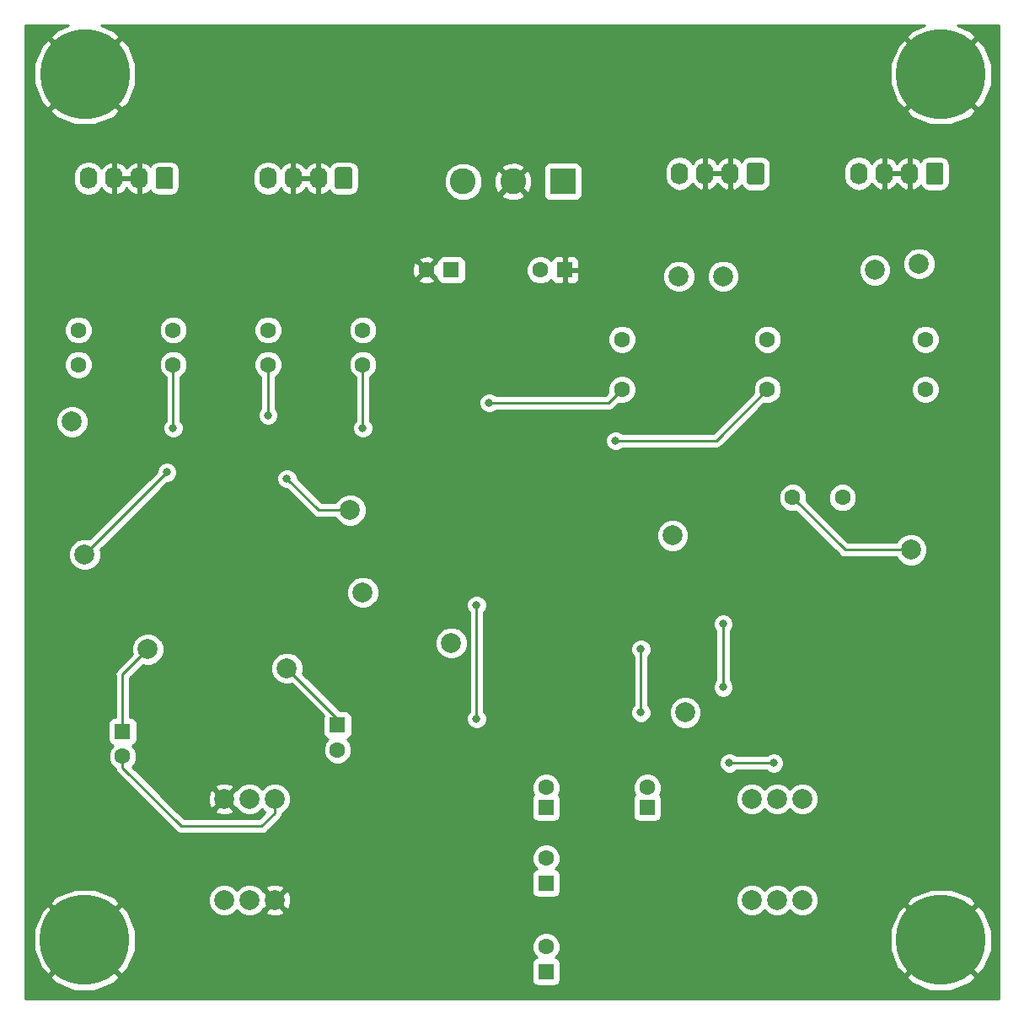
<source format=gbr>
G04 #@! TF.GenerationSoftware,KiCad,Pcbnew,5.0.1*
G04 #@! TF.CreationDate,2018-12-31T15:50:12-05:00*
G04 #@! TF.ProjectId,balanced_amplifier,62616C616E6365645F616D706C696669,rev?*
G04 #@! TF.SameCoordinates,Original*
G04 #@! TF.FileFunction,Copper,L2,Bot,Signal*
G04 #@! TF.FilePolarity,Positive*
%FSLAX46Y46*%
G04 Gerber Fmt 4.6, Leading zero omitted, Abs format (unit mm)*
G04 Created by KiCad (PCBNEW 5.0.1) date Mon 31 Dec 2018 03:50:12 PM EST*
%MOMM*%
%LPD*%
G01*
G04 APERTURE LIST*
G04 #@! TA.AperFunction,ComponentPad*
%ADD10R,1.600000X1.600000*%
G04 #@! TD*
G04 #@! TA.AperFunction,ComponentPad*
%ADD11C,1.600000*%
G04 #@! TD*
G04 #@! TA.AperFunction,ComponentPad*
%ADD12C,2.000000*%
G04 #@! TD*
G04 #@! TA.AperFunction,ComponentPad*
%ADD13O,1.740000X2.200000*%
G04 #@! TD*
G04 #@! TA.AperFunction,Conductor*
%ADD14C,0.100000*%
G04 #@! TD*
G04 #@! TA.AperFunction,ComponentPad*
%ADD15C,1.740000*%
G04 #@! TD*
G04 #@! TA.AperFunction,ComponentPad*
%ADD16R,2.600000X2.600000*%
G04 #@! TD*
G04 #@! TA.AperFunction,ComponentPad*
%ADD17C,2.600000*%
G04 #@! TD*
G04 #@! TA.AperFunction,ComponentPad*
%ADD18C,9.000000*%
G04 #@! TD*
G04 #@! TA.AperFunction,ViaPad*
%ADD19C,0.800000*%
G04 #@! TD*
G04 #@! TA.AperFunction,Conductor*
%ADD20C,0.250000*%
G04 #@! TD*
G04 #@! TA.AperFunction,Conductor*
%ADD21C,0.254000*%
G04 #@! TD*
G04 APERTURE END LIST*
D10*
G04 #@! TO.P,C29,1*
G04 #@! TO.N,Net-(C29-Pad1)*
X139700000Y-107480000D03*
D11*
G04 #@! TO.P,C29,2*
G04 #@! TO.N,Net-(C29-Pad2)*
X139700000Y-105480000D03*
G04 #@! TD*
G04 #@! TO.P,C7,2*
G04 #@! TO.N,Net-(C7-Pad2)*
X108585000Y-101725000D03*
D10*
G04 #@! TO.P,C7,1*
G04 #@! TO.N,/volume_control/right_in*
X108585000Y-99225000D03*
G04 #@! TD*
D12*
G04 #@! TO.P,RV2,3*
G04 #@! TO.N,Net-(C26-Pad2)*
X155280000Y-116800000D03*
G04 #@! TO.P,RV2,2*
G04 #@! TO.N,Net-(C22-Pad1)*
X152740000Y-116800000D03*
G04 #@! TO.P,RV2,1*
G04 #@! TO.N,Net-(C21-Pad1)*
X150200000Y-116800000D03*
G04 #@! TO.P,RV2,6*
G04 #@! TO.N,Net-(C33-Pad2)*
X155280000Y-106640000D03*
G04 #@! TO.P,RV2,5*
G04 #@! TO.N,Net-(C29-Pad1)*
X152740000Y-106640000D03*
G04 #@! TO.P,RV2,4*
G04 #@! TO.N,Net-(C28-Pad1)*
X150200000Y-106640000D03*
G04 #@! TD*
D10*
G04 #@! TO.P,C15,1*
G04 #@! TO.N,/volume_control/left_in*
X86995000Y-99860000D03*
D11*
G04 #@! TO.P,C15,2*
G04 #@! TO.N,Net-(C15-Pad2)*
X86995000Y-102360000D03*
G04 #@! TD*
G04 #@! TO.P,C21,2*
G04 #@! TO.N,/volume_control/right_in*
X129540000Y-112600000D03*
D10*
G04 #@! TO.P,C21,1*
G04 #@! TO.N,Net-(C21-Pad1)*
X129540000Y-115100000D03*
G04 #@! TD*
D11*
G04 #@! TO.P,C22,2*
G04 #@! TO.N,Net-(C22-Pad2)*
X129540000Y-105480000D03*
D10*
G04 #@! TO.P,C22,1*
G04 #@! TO.N,Net-(C22-Pad1)*
X129540000Y-107480000D03*
G04 #@! TD*
G04 #@! TO.P,C28,1*
G04 #@! TO.N,Net-(C28-Pad1)*
X129540000Y-123990000D03*
D11*
G04 #@! TO.P,C28,2*
G04 #@! TO.N,/volume_control/left_in*
X129540000Y-121490000D03*
G04 #@! TD*
D10*
G04 #@! TO.P,C100,1*
G04 #@! TO.N,VCC*
X120015000Y-53505000D03*
D11*
G04 #@! TO.P,C100,2*
G04 #@! TO.N,GNDA*
X117515000Y-53505000D03*
G04 #@! TD*
G04 #@! TO.P,C101,2*
G04 #@! TO.N,VEE*
X128945000Y-53505000D03*
D10*
G04 #@! TO.P,C101,1*
G04 #@! TO.N,GNDA*
X131445000Y-53505000D03*
G04 #@! TD*
D13*
G04 #@! TO.P,J1,4*
G04 #@! TO.N,/right_in_cold*
X101580000Y-44275000D03*
G04 #@! TO.P,J1,3*
G04 #@! TO.N,GNDA*
X104120000Y-44275000D03*
G04 #@! TO.P,J1,2*
X106660000Y-44275000D03*
D14*
G04 #@! TD*
G04 #@! TO.N,/right_in_hot*
G04 #@! TO.C,J1*
G36*
X109844505Y-43176204D02*
X109868773Y-43179804D01*
X109892572Y-43185765D01*
X109915671Y-43194030D01*
X109937850Y-43204520D01*
X109958893Y-43217132D01*
X109978599Y-43231747D01*
X109996777Y-43248223D01*
X110013253Y-43266401D01*
X110027868Y-43286107D01*
X110040480Y-43307150D01*
X110050970Y-43329329D01*
X110059235Y-43352428D01*
X110065196Y-43376227D01*
X110068796Y-43400495D01*
X110070000Y-43424999D01*
X110070000Y-45125001D01*
X110068796Y-45149505D01*
X110065196Y-45173773D01*
X110059235Y-45197572D01*
X110050970Y-45220671D01*
X110040480Y-45242850D01*
X110027868Y-45263893D01*
X110013253Y-45283599D01*
X109996777Y-45301777D01*
X109978599Y-45318253D01*
X109958893Y-45332868D01*
X109937850Y-45345480D01*
X109915671Y-45355970D01*
X109892572Y-45364235D01*
X109868773Y-45370196D01*
X109844505Y-45373796D01*
X109820001Y-45375000D01*
X108579999Y-45375000D01*
X108555495Y-45373796D01*
X108531227Y-45370196D01*
X108507428Y-45364235D01*
X108484329Y-45355970D01*
X108462150Y-45345480D01*
X108441107Y-45332868D01*
X108421401Y-45318253D01*
X108403223Y-45301777D01*
X108386747Y-45283599D01*
X108372132Y-45263893D01*
X108359520Y-45242850D01*
X108349030Y-45220671D01*
X108340765Y-45197572D01*
X108334804Y-45173773D01*
X108331204Y-45149505D01*
X108330000Y-45125001D01*
X108330000Y-43424999D01*
X108331204Y-43400495D01*
X108334804Y-43376227D01*
X108340765Y-43352428D01*
X108349030Y-43329329D01*
X108359520Y-43307150D01*
X108372132Y-43286107D01*
X108386747Y-43266401D01*
X108403223Y-43248223D01*
X108421401Y-43231747D01*
X108441107Y-43217132D01*
X108462150Y-43204520D01*
X108484329Y-43194030D01*
X108507428Y-43185765D01*
X108531227Y-43179804D01*
X108555495Y-43176204D01*
X108579999Y-43175000D01*
X109820001Y-43175000D01*
X109844505Y-43176204D01*
X109844505Y-43176204D01*
G37*
D15*
G04 #@! TO.P,J1,1*
G04 #@! TO.N,/right_in_hot*
X109200000Y-44275000D03*
G04 #@! TD*
D14*
G04 #@! TO.N,/left_in_hot*
G04 #@! TO.C,J2*
G36*
X91844505Y-43176204D02*
X91868773Y-43179804D01*
X91892572Y-43185765D01*
X91915671Y-43194030D01*
X91937850Y-43204520D01*
X91958893Y-43217132D01*
X91978599Y-43231747D01*
X91996777Y-43248223D01*
X92013253Y-43266401D01*
X92027868Y-43286107D01*
X92040480Y-43307150D01*
X92050970Y-43329329D01*
X92059235Y-43352428D01*
X92065196Y-43376227D01*
X92068796Y-43400495D01*
X92070000Y-43424999D01*
X92070000Y-45125001D01*
X92068796Y-45149505D01*
X92065196Y-45173773D01*
X92059235Y-45197572D01*
X92050970Y-45220671D01*
X92040480Y-45242850D01*
X92027868Y-45263893D01*
X92013253Y-45283599D01*
X91996777Y-45301777D01*
X91978599Y-45318253D01*
X91958893Y-45332868D01*
X91937850Y-45345480D01*
X91915671Y-45355970D01*
X91892572Y-45364235D01*
X91868773Y-45370196D01*
X91844505Y-45373796D01*
X91820001Y-45375000D01*
X90579999Y-45375000D01*
X90555495Y-45373796D01*
X90531227Y-45370196D01*
X90507428Y-45364235D01*
X90484329Y-45355970D01*
X90462150Y-45345480D01*
X90441107Y-45332868D01*
X90421401Y-45318253D01*
X90403223Y-45301777D01*
X90386747Y-45283599D01*
X90372132Y-45263893D01*
X90359520Y-45242850D01*
X90349030Y-45220671D01*
X90340765Y-45197572D01*
X90334804Y-45173773D01*
X90331204Y-45149505D01*
X90330000Y-45125001D01*
X90330000Y-43424999D01*
X90331204Y-43400495D01*
X90334804Y-43376227D01*
X90340765Y-43352428D01*
X90349030Y-43329329D01*
X90359520Y-43307150D01*
X90372132Y-43286107D01*
X90386747Y-43266401D01*
X90403223Y-43248223D01*
X90421401Y-43231747D01*
X90441107Y-43217132D01*
X90462150Y-43204520D01*
X90484329Y-43194030D01*
X90507428Y-43185765D01*
X90531227Y-43179804D01*
X90555495Y-43176204D01*
X90579999Y-43175000D01*
X91820001Y-43175000D01*
X91844505Y-43176204D01*
X91844505Y-43176204D01*
G37*
D15*
G04 #@! TD*
G04 #@! TO.P,J2,1*
G04 #@! TO.N,/left_in_hot*
X91200000Y-44275000D03*
D13*
G04 #@! TO.P,J2,2*
G04 #@! TO.N,GNDA*
X88660000Y-44275000D03*
G04 #@! TO.P,J2,3*
X86120000Y-44275000D03*
G04 #@! TO.P,J2,4*
G04 #@! TO.N,/left_in_cold*
X83580000Y-44275000D03*
G04 #@! TD*
D16*
G04 #@! TO.P,J3,1*
G04 #@! TO.N,VEE*
X131200000Y-44615000D03*
D17*
G04 #@! TO.P,J3,2*
G04 #@! TO.N,GNDA*
X126200000Y-44615000D03*
G04 #@! TO.P,J3,3*
G04 #@! TO.N,VCC*
X121200000Y-44615000D03*
G04 #@! TD*
D13*
G04 #@! TO.P,J4,4*
G04 #@! TO.N,/volume_control/right_out_hot*
X142960000Y-43815000D03*
G04 #@! TO.P,J4,3*
G04 #@! TO.N,GNDA*
X145500000Y-43815000D03*
G04 #@! TO.P,J4,2*
X148040000Y-43815000D03*
D14*
G04 #@! TD*
G04 #@! TO.N,/volume_control/right_out_cold*
G04 #@! TO.C,J4*
G36*
X151224505Y-42716204D02*
X151248773Y-42719804D01*
X151272572Y-42725765D01*
X151295671Y-42734030D01*
X151317850Y-42744520D01*
X151338893Y-42757132D01*
X151358599Y-42771747D01*
X151376777Y-42788223D01*
X151393253Y-42806401D01*
X151407868Y-42826107D01*
X151420480Y-42847150D01*
X151430970Y-42869329D01*
X151439235Y-42892428D01*
X151445196Y-42916227D01*
X151448796Y-42940495D01*
X151450000Y-42964999D01*
X151450000Y-44665001D01*
X151448796Y-44689505D01*
X151445196Y-44713773D01*
X151439235Y-44737572D01*
X151430970Y-44760671D01*
X151420480Y-44782850D01*
X151407868Y-44803893D01*
X151393253Y-44823599D01*
X151376777Y-44841777D01*
X151358599Y-44858253D01*
X151338893Y-44872868D01*
X151317850Y-44885480D01*
X151295671Y-44895970D01*
X151272572Y-44904235D01*
X151248773Y-44910196D01*
X151224505Y-44913796D01*
X151200001Y-44915000D01*
X149959999Y-44915000D01*
X149935495Y-44913796D01*
X149911227Y-44910196D01*
X149887428Y-44904235D01*
X149864329Y-44895970D01*
X149842150Y-44885480D01*
X149821107Y-44872868D01*
X149801401Y-44858253D01*
X149783223Y-44841777D01*
X149766747Y-44823599D01*
X149752132Y-44803893D01*
X149739520Y-44782850D01*
X149729030Y-44760671D01*
X149720765Y-44737572D01*
X149714804Y-44713773D01*
X149711204Y-44689505D01*
X149710000Y-44665001D01*
X149710000Y-42964999D01*
X149711204Y-42940495D01*
X149714804Y-42916227D01*
X149720765Y-42892428D01*
X149729030Y-42869329D01*
X149739520Y-42847150D01*
X149752132Y-42826107D01*
X149766747Y-42806401D01*
X149783223Y-42788223D01*
X149801401Y-42771747D01*
X149821107Y-42757132D01*
X149842150Y-42744520D01*
X149864329Y-42734030D01*
X149887428Y-42725765D01*
X149911227Y-42719804D01*
X149935495Y-42716204D01*
X149959999Y-42715000D01*
X151200001Y-42715000D01*
X151224505Y-42716204D01*
X151224505Y-42716204D01*
G37*
D15*
G04 #@! TO.P,J4,1*
G04 #@! TO.N,/volume_control/right_out_cold*
X150580000Y-43815000D03*
G04 #@! TD*
D14*
G04 #@! TO.N,/volume_control/left_out_cold*
G04 #@! TO.C,J5*
G36*
X169224505Y-42716204D02*
X169248773Y-42719804D01*
X169272572Y-42725765D01*
X169295671Y-42734030D01*
X169317850Y-42744520D01*
X169338893Y-42757132D01*
X169358599Y-42771747D01*
X169376777Y-42788223D01*
X169393253Y-42806401D01*
X169407868Y-42826107D01*
X169420480Y-42847150D01*
X169430970Y-42869329D01*
X169439235Y-42892428D01*
X169445196Y-42916227D01*
X169448796Y-42940495D01*
X169450000Y-42964999D01*
X169450000Y-44665001D01*
X169448796Y-44689505D01*
X169445196Y-44713773D01*
X169439235Y-44737572D01*
X169430970Y-44760671D01*
X169420480Y-44782850D01*
X169407868Y-44803893D01*
X169393253Y-44823599D01*
X169376777Y-44841777D01*
X169358599Y-44858253D01*
X169338893Y-44872868D01*
X169317850Y-44885480D01*
X169295671Y-44895970D01*
X169272572Y-44904235D01*
X169248773Y-44910196D01*
X169224505Y-44913796D01*
X169200001Y-44915000D01*
X167959999Y-44915000D01*
X167935495Y-44913796D01*
X167911227Y-44910196D01*
X167887428Y-44904235D01*
X167864329Y-44895970D01*
X167842150Y-44885480D01*
X167821107Y-44872868D01*
X167801401Y-44858253D01*
X167783223Y-44841777D01*
X167766747Y-44823599D01*
X167752132Y-44803893D01*
X167739520Y-44782850D01*
X167729030Y-44760671D01*
X167720765Y-44737572D01*
X167714804Y-44713773D01*
X167711204Y-44689505D01*
X167710000Y-44665001D01*
X167710000Y-42964999D01*
X167711204Y-42940495D01*
X167714804Y-42916227D01*
X167720765Y-42892428D01*
X167729030Y-42869329D01*
X167739520Y-42847150D01*
X167752132Y-42826107D01*
X167766747Y-42806401D01*
X167783223Y-42788223D01*
X167801401Y-42771747D01*
X167821107Y-42757132D01*
X167842150Y-42744520D01*
X167864329Y-42734030D01*
X167887428Y-42725765D01*
X167911227Y-42719804D01*
X167935495Y-42716204D01*
X167959999Y-42715000D01*
X169200001Y-42715000D01*
X169224505Y-42716204D01*
X169224505Y-42716204D01*
G37*
D15*
G04 #@! TD*
G04 #@! TO.P,J5,1*
G04 #@! TO.N,/volume_control/left_out_cold*
X168580000Y-43815000D03*
D13*
G04 #@! TO.P,J5,2*
G04 #@! TO.N,GNDA*
X166040000Y-43815000D03*
G04 #@! TO.P,J5,3*
X163500000Y-43815000D03*
G04 #@! TO.P,J5,4*
G04 #@! TO.N,/volume_control/left_out_hot*
X160960000Y-43815000D03*
G04 #@! TD*
D12*
G04 #@! TO.P,RV1,4*
G04 #@! TO.N,GNDA*
X97200000Y-106640000D03*
G04 #@! TO.P,RV1,5*
G04 #@! TO.N,Net-(RV1-Pad5)*
X99740000Y-106640000D03*
G04 #@! TO.P,RV1,6*
G04 #@! TO.N,Net-(C15-Pad2)*
X102280000Y-106640000D03*
G04 #@! TO.P,RV1,1*
G04 #@! TO.N,Net-(C7-Pad2)*
X97200000Y-116800000D03*
G04 #@! TO.P,RV1,2*
G04 #@! TO.N,Net-(RV1-Pad2)*
X99740000Y-116800000D03*
G04 #@! TO.P,RV1,3*
G04 #@! TO.N,GNDA*
X102280000Y-116800000D03*
G04 #@! TD*
G04 #@! TO.P,TP1,1*
G04 #@! TO.N,Net-(C5-Pad2)*
X111125000Y-85890000D03*
G04 #@! TD*
G04 #@! TO.P,TP2,1*
G04 #@! TO.N,Net-(C6-Pad1)*
X109855000Y-77635000D03*
G04 #@! TD*
G04 #@! TO.P,TP3,1*
G04 #@! TO.N,/volume_control/right_in*
X103505000Y-93510000D03*
G04 #@! TD*
G04 #@! TO.P,TP4,1*
G04 #@! TO.N,Net-(C13-Pad2)*
X83185000Y-82080000D03*
G04 #@! TD*
G04 #@! TO.P,TP5,1*
G04 #@! TO.N,Net-(C14-Pad1)*
X81915000Y-68745000D03*
G04 #@! TD*
G04 #@! TO.P,TP6,1*
G04 #@! TO.N,/volume_control/left_in*
X89535000Y-91605000D03*
G04 #@! TD*
G04 #@! TO.P,TP7,1*
G04 #@! TO.N,Net-(C26-Pad2)*
X142240000Y-80175000D03*
G04 #@! TD*
G04 #@! TO.P,TP8,1*
G04 #@! TO.N,Net-(R26-Pad2)*
X120015000Y-90970000D03*
G04 #@! TD*
G04 #@! TO.P,TP9,1*
G04 #@! TO.N,/volume_control/right_out_hot*
X142875000Y-54140000D03*
G04 #@! TD*
G04 #@! TO.P,TP10,1*
G04 #@! TO.N,/volume_control/right_out_cold*
X147320000Y-54140000D03*
G04 #@! TD*
G04 #@! TO.P,TP11,1*
G04 #@! TO.N,Net-(C33-Pad2)*
X166180000Y-81620000D03*
G04 #@! TD*
G04 #@! TO.P,TP12,1*
G04 #@! TO.N,Net-(R39-Pad2)*
X143510000Y-97955000D03*
G04 #@! TD*
G04 #@! TO.P,TP13,1*
G04 #@! TO.N,/volume_control/left_out_hot*
X162560000Y-53505000D03*
G04 #@! TD*
G04 #@! TO.P,TP14,1*
G04 #@! TO.N,/volume_control/left_out_cold*
X167005000Y-52870000D03*
G04 #@! TD*
D11*
G04 #@! TO.P,C2,2*
G04 #@! TO.N,Net-(C1-Pad1)*
X111125000Y-59530000D03*
G04 #@! TO.P,C2,1*
G04 #@! TO.N,Net-(C2-Pad1)*
X111125000Y-63030000D03*
G04 #@! TD*
G04 #@! TO.P,C4,2*
G04 #@! TO.N,Net-(C3-Pad1)*
X101600000Y-59530000D03*
G04 #@! TO.P,C4,1*
G04 #@! TO.N,Net-(C4-Pad1)*
X101600000Y-63030000D03*
G04 #@! TD*
G04 #@! TO.P,C10,1*
G04 #@! TO.N,Net-(C10-Pad1)*
X92075000Y-63030000D03*
G04 #@! TO.P,C10,2*
G04 #@! TO.N,Net-(C10-Pad2)*
X92075000Y-59530000D03*
G04 #@! TD*
G04 #@! TO.P,C12,1*
G04 #@! TO.N,Net-(C12-Pad1)*
X82550000Y-63030000D03*
G04 #@! TO.P,C12,2*
G04 #@! TO.N,Net-(C11-Pad1)*
X82550000Y-59530000D03*
G04 #@! TD*
G04 #@! TO.P,C26,2*
G04 #@! TO.N,Net-(C26-Pad2)*
X137160000Y-65490000D03*
G04 #@! TO.P,C26,1*
G04 #@! TO.N,Net-(C26-Pad1)*
X137160000Y-60490000D03*
G04 #@! TD*
G04 #@! TO.P,C27,1*
G04 #@! TO.N,Net-(C27-Pad1)*
X151765000Y-60490000D03*
G04 #@! TO.P,C27,2*
G04 #@! TO.N,Net-(C25-Pad1)*
X151765000Y-65490000D03*
G04 #@! TD*
G04 #@! TO.P,C33,1*
G04 #@! TO.N,Net-(C33-Pad1)*
X159305000Y-76365000D03*
G04 #@! TO.P,C33,2*
G04 #@! TO.N,Net-(C33-Pad2)*
X154305000Y-76365000D03*
G04 #@! TD*
G04 #@! TO.P,C34,2*
G04 #@! TO.N,Net-(C32-Pad1)*
X167640000Y-65490000D03*
G04 #@! TO.P,C34,1*
G04 #@! TO.N,Net-(C34-Pad1)*
X167640000Y-60490000D03*
G04 #@! TD*
D18*
G04 #@! TO.P,H1,1*
G04 #@! TO.N,GNDA*
X83185000Y-120815000D03*
G04 #@! TD*
G04 #@! TO.P,H2,1*
G04 #@! TO.N,GNDA*
X169200000Y-120815000D03*
G04 #@! TD*
G04 #@! TO.P,H3,1*
G04 #@! TO.N,GNDA*
X83200000Y-33800000D03*
G04 #@! TD*
G04 #@! TO.P,H4,1*
G04 #@! TO.N,GNDA*
X169200000Y-33800000D03*
G04 #@! TD*
D19*
G04 #@! TO.N,GNDA*
X81915000Y-50330000D03*
X89385000Y-50965000D03*
X101600000Y-50965000D03*
X109070000Y-50965000D03*
X104140000Y-78270000D03*
X93345000Y-79540000D03*
X122555000Y-82080000D03*
X130810000Y-88430000D03*
X131128745Y-78588595D03*
X123508745Y-76683595D03*
X149225000Y-51600000D03*
X143510000Y-51600000D03*
X169545000Y-51600000D03*
X161290000Y-51600000D03*
X158115000Y-90335000D03*
X149860000Y-87795000D03*
X158750000Y-100495000D03*
X156845000Y-101765000D03*
G04 #@! TO.N,Net-(C6-Pad1)*
X103505000Y-74460000D03*
G04 #@! TO.N,Net-(C13-Pad2)*
X91440000Y-73825000D03*
G04 #@! TO.N,Net-(C22-Pad2)*
X122555000Y-87160000D03*
X122555000Y-98590000D03*
G04 #@! TO.N,Net-(C25-Pad1)*
X136525000Y-70650000D03*
G04 #@! TO.N,Net-(C29-Pad2)*
X152400000Y-103035000D03*
X147955000Y-103035000D03*
G04 #@! TO.N,Net-(C30-Pad2)*
X147320000Y-89065000D03*
X147320000Y-95415000D03*
G04 #@! TO.N,Net-(C2-Pad1)*
X111125000Y-69380000D03*
G04 #@! TO.N,Net-(C4-Pad1)*
X101600000Y-68110000D03*
G04 #@! TO.N,Net-(C10-Pad1)*
X92075000Y-69380000D03*
G04 #@! TO.N,Net-(C26-Pad2)*
X123825000Y-66840000D03*
X139065000Y-91605000D03*
X139065000Y-97955000D03*
G04 #@! TD*
D20*
G04 #@! TO.N,/volume_control/right_in*
X108585000Y-98590000D02*
X108585000Y-99225000D01*
X103505000Y-93510000D02*
X108585000Y-98590000D01*
G04 #@! TO.N,Net-(C6-Pad1)*
X106680000Y-77635000D02*
X109855000Y-77635000D01*
X103505000Y-74460000D02*
X106680000Y-77635000D01*
G04 #@! TO.N,Net-(C13-Pad2)*
X91440000Y-73825000D02*
X83185000Y-82080000D01*
G04 #@! TO.N,/volume_control/left_in*
X86995000Y-94145000D02*
X89535000Y-91605000D01*
X86995000Y-99860000D02*
X86995000Y-94145000D01*
G04 #@! TO.N,Net-(C15-Pad2)*
X102280000Y-108070000D02*
X102280000Y-106640000D01*
X92888630Y-109385000D02*
X100965000Y-109385000D01*
X86995000Y-102360000D02*
X86995000Y-103491370D01*
X100965000Y-109385000D02*
X102280000Y-108070000D01*
X86995000Y-103491370D02*
X92888630Y-109385000D01*
G04 #@! TO.N,Net-(C22-Pad2)*
X122555000Y-87160000D02*
X122555000Y-98590000D01*
G04 #@! TO.N,Net-(C25-Pad1)*
X146605000Y-70650000D02*
X151765000Y-65490000D01*
X136525000Y-70650000D02*
X146605000Y-70650000D01*
G04 #@! TO.N,Net-(C29-Pad2)*
X147955000Y-103035000D02*
X152400000Y-103035000D01*
G04 #@! TO.N,Net-(C30-Pad2)*
X147320000Y-89065000D02*
X147320000Y-95415000D01*
G04 #@! TO.N,Net-(C2-Pad1)*
X111125000Y-69380000D02*
X111125000Y-63030000D01*
G04 #@! TO.N,Net-(C4-Pad1)*
X101600000Y-68110000D02*
X101600000Y-63030000D01*
G04 #@! TO.N,Net-(C10-Pad1)*
X92075000Y-69380000D02*
X92075000Y-63030000D01*
G04 #@! TO.N,Net-(C26-Pad2)*
X135810000Y-66840000D02*
X137160000Y-65490000D01*
X123825000Y-66840000D02*
X135810000Y-66840000D01*
X139065000Y-91605000D02*
X139065000Y-97955000D01*
G04 #@! TO.N,Net-(C33-Pad2)*
X159560000Y-81620000D02*
X154305000Y-76365000D01*
X166180000Y-81620000D02*
X159560000Y-81620000D01*
G04 #@! TD*
D21*
G04 #@! TO.N,GNDA*
G36*
X80356927Y-29403587D02*
X80226242Y-29490908D01*
X79701050Y-30121445D01*
X83200000Y-33620395D01*
X86698950Y-30121445D01*
X86173758Y-29490908D01*
X84868147Y-28927000D01*
X167558200Y-28927000D01*
X166356927Y-29403587D01*
X166226242Y-29490908D01*
X165701050Y-30121445D01*
X169200000Y-33620395D01*
X172698950Y-30121445D01*
X172173758Y-29490908D01*
X170868147Y-28927000D01*
X175001506Y-28927000D01*
X175001506Y-126673000D01*
X77255506Y-126673000D01*
X77255506Y-124493555D01*
X79686050Y-124493555D01*
X80211242Y-125124092D01*
X82086623Y-125934090D01*
X84129223Y-125964753D01*
X86028073Y-125211413D01*
X86158758Y-125124092D01*
X86683950Y-124493555D01*
X83185000Y-120994605D01*
X79686050Y-124493555D01*
X77255506Y-124493555D01*
X77255506Y-121759223D01*
X78035247Y-121759223D01*
X78788587Y-123658073D01*
X78875908Y-123788758D01*
X79506445Y-124313950D01*
X83005395Y-120815000D01*
X83364605Y-120815000D01*
X86863555Y-124313950D01*
X87494092Y-123788758D01*
X87752702Y-123190000D01*
X128092560Y-123190000D01*
X128092560Y-124790000D01*
X128141843Y-125037765D01*
X128282191Y-125247809D01*
X128492235Y-125388157D01*
X128740000Y-125437440D01*
X130340000Y-125437440D01*
X130587765Y-125388157D01*
X130797809Y-125247809D01*
X130938157Y-125037765D01*
X130987440Y-124790000D01*
X130987440Y-124493555D01*
X165701050Y-124493555D01*
X166226242Y-125124092D01*
X168101623Y-125934090D01*
X170144223Y-125964753D01*
X172043073Y-125211413D01*
X172173758Y-125124092D01*
X172698950Y-124493555D01*
X169200000Y-120994605D01*
X165701050Y-124493555D01*
X130987440Y-124493555D01*
X130987440Y-123190000D01*
X130938157Y-122942235D01*
X130797809Y-122732191D01*
X130587765Y-122591843D01*
X130487497Y-122571899D01*
X130756534Y-122302862D01*
X130975000Y-121775439D01*
X130975000Y-121759223D01*
X164050247Y-121759223D01*
X164803587Y-123658073D01*
X164890908Y-123788758D01*
X165521445Y-124313950D01*
X169020395Y-120815000D01*
X169379605Y-120815000D01*
X172878555Y-124313950D01*
X173509092Y-123788758D01*
X174319090Y-121913377D01*
X174349753Y-119870777D01*
X173596413Y-117971927D01*
X173509092Y-117841242D01*
X172878555Y-117316050D01*
X169379605Y-120815000D01*
X169020395Y-120815000D01*
X165521445Y-117316050D01*
X164890908Y-117841242D01*
X164080910Y-119716623D01*
X164050247Y-121759223D01*
X130975000Y-121759223D01*
X130975000Y-121204561D01*
X130756534Y-120677138D01*
X130352862Y-120273466D01*
X129825439Y-120055000D01*
X129254561Y-120055000D01*
X128727138Y-120273466D01*
X128323466Y-120677138D01*
X128105000Y-121204561D01*
X128105000Y-121775439D01*
X128323466Y-122302862D01*
X128592503Y-122571899D01*
X128492235Y-122591843D01*
X128282191Y-122732191D01*
X128141843Y-122942235D01*
X128092560Y-123190000D01*
X87752702Y-123190000D01*
X88304090Y-121913377D01*
X88334753Y-119870777D01*
X87581413Y-117971927D01*
X87494092Y-117841242D01*
X86863555Y-117316050D01*
X83364605Y-120815000D01*
X83005395Y-120815000D01*
X79506445Y-117316050D01*
X78875908Y-117841242D01*
X78065910Y-119716623D01*
X78035247Y-121759223D01*
X77255506Y-121759223D01*
X77255506Y-117136445D01*
X79686050Y-117136445D01*
X83185000Y-120635395D01*
X86683950Y-117136445D01*
X86158758Y-116505908D01*
X86086683Y-116474778D01*
X95565000Y-116474778D01*
X95565000Y-117125222D01*
X95813914Y-117726153D01*
X96273847Y-118186086D01*
X96874778Y-118435000D01*
X97525222Y-118435000D01*
X98126153Y-118186086D01*
X98470000Y-117842239D01*
X98813847Y-118186086D01*
X99414778Y-118435000D01*
X100065222Y-118435000D01*
X100666153Y-118186086D01*
X100899707Y-117952532D01*
X101307073Y-117952532D01*
X101405736Y-118219387D01*
X102015461Y-118445908D01*
X102665460Y-118421856D01*
X103154264Y-118219387D01*
X103252927Y-117952532D01*
X102280000Y-116979605D01*
X101307073Y-117952532D01*
X100899707Y-117952532D01*
X101092311Y-117759928D01*
X101127468Y-117772927D01*
X102100395Y-116800000D01*
X102459605Y-116800000D01*
X103432532Y-117772927D01*
X103699387Y-117674264D01*
X103925908Y-117064539D01*
X103901856Y-116414540D01*
X103699387Y-115925736D01*
X103432532Y-115827073D01*
X102459605Y-116800000D01*
X102100395Y-116800000D01*
X101127468Y-115827073D01*
X101092311Y-115840072D01*
X100899707Y-115647468D01*
X101307073Y-115647468D01*
X102280000Y-116620395D01*
X103252927Y-115647468D01*
X103154264Y-115380613D01*
X102544539Y-115154092D01*
X101894540Y-115178144D01*
X101405736Y-115380613D01*
X101307073Y-115647468D01*
X100899707Y-115647468D01*
X100666153Y-115413914D01*
X100065222Y-115165000D01*
X99414778Y-115165000D01*
X98813847Y-115413914D01*
X98470000Y-115757761D01*
X98126153Y-115413914D01*
X97525222Y-115165000D01*
X96874778Y-115165000D01*
X96273847Y-115413914D01*
X95813914Y-115873847D01*
X95565000Y-116474778D01*
X86086683Y-116474778D01*
X84283377Y-115695910D01*
X82240777Y-115665247D01*
X80341927Y-116418587D01*
X80211242Y-116505908D01*
X79686050Y-117136445D01*
X77255506Y-117136445D01*
X77255506Y-114300000D01*
X128092560Y-114300000D01*
X128092560Y-115900000D01*
X128141843Y-116147765D01*
X128282191Y-116357809D01*
X128492235Y-116498157D01*
X128740000Y-116547440D01*
X130340000Y-116547440D01*
X130587765Y-116498157D01*
X130622753Y-116474778D01*
X148565000Y-116474778D01*
X148565000Y-117125222D01*
X148813914Y-117726153D01*
X149273847Y-118186086D01*
X149874778Y-118435000D01*
X150525222Y-118435000D01*
X151126153Y-118186086D01*
X151470000Y-117842239D01*
X151813847Y-118186086D01*
X152414778Y-118435000D01*
X153065222Y-118435000D01*
X153666153Y-118186086D01*
X154010000Y-117842239D01*
X154353847Y-118186086D01*
X154954778Y-118435000D01*
X155605222Y-118435000D01*
X156206153Y-118186086D01*
X156666086Y-117726153D01*
X156910351Y-117136445D01*
X165701050Y-117136445D01*
X169200000Y-120635395D01*
X172698950Y-117136445D01*
X172173758Y-116505908D01*
X170298377Y-115695910D01*
X168255777Y-115665247D01*
X166356927Y-116418587D01*
X166226242Y-116505908D01*
X165701050Y-117136445D01*
X156910351Y-117136445D01*
X156915000Y-117125222D01*
X156915000Y-116474778D01*
X156666086Y-115873847D01*
X156206153Y-115413914D01*
X155605222Y-115165000D01*
X154954778Y-115165000D01*
X154353847Y-115413914D01*
X154010000Y-115757761D01*
X153666153Y-115413914D01*
X153065222Y-115165000D01*
X152414778Y-115165000D01*
X151813847Y-115413914D01*
X151470000Y-115757761D01*
X151126153Y-115413914D01*
X150525222Y-115165000D01*
X149874778Y-115165000D01*
X149273847Y-115413914D01*
X148813914Y-115873847D01*
X148565000Y-116474778D01*
X130622753Y-116474778D01*
X130797809Y-116357809D01*
X130938157Y-116147765D01*
X130987440Y-115900000D01*
X130987440Y-114300000D01*
X130938157Y-114052235D01*
X130797809Y-113842191D01*
X130587765Y-113701843D01*
X130487497Y-113681899D01*
X130756534Y-113412862D01*
X130975000Y-112885439D01*
X130975000Y-112314561D01*
X130756534Y-111787138D01*
X130352862Y-111383466D01*
X129825439Y-111165000D01*
X129254561Y-111165000D01*
X128727138Y-111383466D01*
X128323466Y-111787138D01*
X128105000Y-112314561D01*
X128105000Y-112885439D01*
X128323466Y-113412862D01*
X128592503Y-113681899D01*
X128492235Y-113701843D01*
X128282191Y-113842191D01*
X128141843Y-114052235D01*
X128092560Y-114300000D01*
X77255506Y-114300000D01*
X77255506Y-99060000D01*
X85547560Y-99060000D01*
X85547560Y-100660000D01*
X85596843Y-100907765D01*
X85737191Y-101117809D01*
X85947235Y-101258157D01*
X86047503Y-101278101D01*
X85778466Y-101547138D01*
X85560000Y-102074561D01*
X85560000Y-102645439D01*
X85778466Y-103172862D01*
X86182138Y-103576534D01*
X86241983Y-103601323D01*
X86279097Y-103787907D01*
X86447072Y-104039299D01*
X86510528Y-104081699D01*
X92298303Y-109869476D01*
X92340701Y-109932929D01*
X92404154Y-109975327D01*
X92404156Y-109975329D01*
X92529532Y-110059102D01*
X92592093Y-110100904D01*
X92813778Y-110145000D01*
X92813782Y-110145000D01*
X92888629Y-110159888D01*
X92963476Y-110145000D01*
X100890153Y-110145000D01*
X100965000Y-110159888D01*
X101039847Y-110145000D01*
X101039852Y-110145000D01*
X101261537Y-110100904D01*
X101512929Y-109932929D01*
X101555331Y-109869470D01*
X102764473Y-108660329D01*
X102827929Y-108617929D01*
X102888175Y-108527765D01*
X102995904Y-108366538D01*
X103016726Y-108261856D01*
X103040000Y-108144852D01*
X103040000Y-108144848D01*
X103050825Y-108090425D01*
X103206153Y-108026086D01*
X103666086Y-107566153D01*
X103915000Y-106965222D01*
X103915000Y-106680000D01*
X128092560Y-106680000D01*
X128092560Y-108280000D01*
X128141843Y-108527765D01*
X128282191Y-108737809D01*
X128492235Y-108878157D01*
X128740000Y-108927440D01*
X130340000Y-108927440D01*
X130587765Y-108878157D01*
X130797809Y-108737809D01*
X130938157Y-108527765D01*
X130987440Y-108280000D01*
X130987440Y-106680000D01*
X138252560Y-106680000D01*
X138252560Y-108280000D01*
X138301843Y-108527765D01*
X138442191Y-108737809D01*
X138652235Y-108878157D01*
X138900000Y-108927440D01*
X140500000Y-108927440D01*
X140747765Y-108878157D01*
X140957809Y-108737809D01*
X141098157Y-108527765D01*
X141147440Y-108280000D01*
X141147440Y-106680000D01*
X141098157Y-106432235D01*
X141019675Y-106314778D01*
X148565000Y-106314778D01*
X148565000Y-106965222D01*
X148813914Y-107566153D01*
X149273847Y-108026086D01*
X149874778Y-108275000D01*
X150525222Y-108275000D01*
X151126153Y-108026086D01*
X151470000Y-107682239D01*
X151813847Y-108026086D01*
X152414778Y-108275000D01*
X153065222Y-108275000D01*
X153666153Y-108026086D01*
X154010000Y-107682239D01*
X154353847Y-108026086D01*
X154954778Y-108275000D01*
X155605222Y-108275000D01*
X156206153Y-108026086D01*
X156666086Y-107566153D01*
X156915000Y-106965222D01*
X156915000Y-106314778D01*
X156666086Y-105713847D01*
X156206153Y-105253914D01*
X155605222Y-105005000D01*
X154954778Y-105005000D01*
X154353847Y-105253914D01*
X154010000Y-105597761D01*
X153666153Y-105253914D01*
X153065222Y-105005000D01*
X152414778Y-105005000D01*
X151813847Y-105253914D01*
X151470000Y-105597761D01*
X151126153Y-105253914D01*
X150525222Y-105005000D01*
X149874778Y-105005000D01*
X149273847Y-105253914D01*
X148813914Y-105713847D01*
X148565000Y-106314778D01*
X141019675Y-106314778D01*
X140957809Y-106222191D01*
X140948409Y-106215910D01*
X141135000Y-105765439D01*
X141135000Y-105194561D01*
X140916534Y-104667138D01*
X140512862Y-104263466D01*
X139985439Y-104045000D01*
X139414561Y-104045000D01*
X138887138Y-104263466D01*
X138483466Y-104667138D01*
X138265000Y-105194561D01*
X138265000Y-105765439D01*
X138451591Y-106215910D01*
X138442191Y-106222191D01*
X138301843Y-106432235D01*
X138252560Y-106680000D01*
X130987440Y-106680000D01*
X130938157Y-106432235D01*
X130797809Y-106222191D01*
X130788409Y-106215910D01*
X130975000Y-105765439D01*
X130975000Y-105194561D01*
X130756534Y-104667138D01*
X130352862Y-104263466D01*
X129825439Y-104045000D01*
X129254561Y-104045000D01*
X128727138Y-104263466D01*
X128323466Y-104667138D01*
X128105000Y-105194561D01*
X128105000Y-105765439D01*
X128291591Y-106215910D01*
X128282191Y-106222191D01*
X128141843Y-106432235D01*
X128092560Y-106680000D01*
X103915000Y-106680000D01*
X103915000Y-106314778D01*
X103666086Y-105713847D01*
X103206153Y-105253914D01*
X102605222Y-105005000D01*
X101954778Y-105005000D01*
X101353847Y-105253914D01*
X101010000Y-105597761D01*
X100666153Y-105253914D01*
X100065222Y-105005000D01*
X99414778Y-105005000D01*
X98813847Y-105253914D01*
X98387689Y-105680072D01*
X98352532Y-105667073D01*
X97379605Y-106640000D01*
X98352532Y-107612927D01*
X98387689Y-107599928D01*
X98813847Y-108026086D01*
X99414778Y-108275000D01*
X100065222Y-108275000D01*
X100666153Y-108026086D01*
X101010000Y-107682239D01*
X101301480Y-107973719D01*
X100650199Y-108625000D01*
X93203433Y-108625000D01*
X92370965Y-107792532D01*
X96227073Y-107792532D01*
X96325736Y-108059387D01*
X96935461Y-108285908D01*
X97585460Y-108261856D01*
X98074264Y-108059387D01*
X98172927Y-107792532D01*
X97200000Y-106819605D01*
X96227073Y-107792532D01*
X92370965Y-107792532D01*
X90953894Y-106375461D01*
X95554092Y-106375461D01*
X95578144Y-107025460D01*
X95780613Y-107514264D01*
X96047468Y-107612927D01*
X97020395Y-106640000D01*
X96047468Y-105667073D01*
X95780613Y-105765736D01*
X95554092Y-106375461D01*
X90953894Y-106375461D01*
X90065901Y-105487468D01*
X96227073Y-105487468D01*
X97200000Y-106460395D01*
X98172927Y-105487468D01*
X98074264Y-105220613D01*
X97464539Y-104994092D01*
X96814540Y-105018144D01*
X96325736Y-105220613D01*
X96227073Y-105487468D01*
X90065901Y-105487468D01*
X87981414Y-103402982D01*
X88211534Y-103172862D01*
X88430000Y-102645439D01*
X88430000Y-102074561D01*
X88211534Y-101547138D01*
X87942497Y-101278101D01*
X88042765Y-101258157D01*
X88252809Y-101117809D01*
X88393157Y-100907765D01*
X88442440Y-100660000D01*
X88442440Y-99060000D01*
X88393157Y-98812235D01*
X88252809Y-98602191D01*
X88042765Y-98461843D01*
X87795000Y-98412560D01*
X87755000Y-98412560D01*
X87755000Y-94459801D01*
X89043625Y-93171177D01*
X89209778Y-93240000D01*
X89860222Y-93240000D01*
X89993539Y-93184778D01*
X101870000Y-93184778D01*
X101870000Y-93835222D01*
X102118914Y-94436153D01*
X102578847Y-94896086D01*
X103179778Y-95145000D01*
X103830222Y-95145000D01*
X103996376Y-95076177D01*
X107172009Y-98251811D01*
X107137560Y-98425000D01*
X107137560Y-100025000D01*
X107186843Y-100272765D01*
X107327191Y-100482809D01*
X107537235Y-100623157D01*
X107637503Y-100643101D01*
X107368466Y-100912138D01*
X107150000Y-101439561D01*
X107150000Y-102010439D01*
X107368466Y-102537862D01*
X107772138Y-102941534D01*
X108299561Y-103160000D01*
X108870439Y-103160000D01*
X109397862Y-102941534D01*
X109510270Y-102829126D01*
X146920000Y-102829126D01*
X146920000Y-103240874D01*
X147077569Y-103621280D01*
X147368720Y-103912431D01*
X147749126Y-104070000D01*
X148160874Y-104070000D01*
X148541280Y-103912431D01*
X148658711Y-103795000D01*
X151696289Y-103795000D01*
X151813720Y-103912431D01*
X152194126Y-104070000D01*
X152605874Y-104070000D01*
X152986280Y-103912431D01*
X153277431Y-103621280D01*
X153435000Y-103240874D01*
X153435000Y-102829126D01*
X153277431Y-102448720D01*
X152986280Y-102157569D01*
X152605874Y-102000000D01*
X152194126Y-102000000D01*
X151813720Y-102157569D01*
X151696289Y-102275000D01*
X148658711Y-102275000D01*
X148541280Y-102157569D01*
X148160874Y-102000000D01*
X147749126Y-102000000D01*
X147368720Y-102157569D01*
X147077569Y-102448720D01*
X146920000Y-102829126D01*
X109510270Y-102829126D01*
X109801534Y-102537862D01*
X110020000Y-102010439D01*
X110020000Y-101439561D01*
X109801534Y-100912138D01*
X109532497Y-100643101D01*
X109632765Y-100623157D01*
X109842809Y-100482809D01*
X109983157Y-100272765D01*
X110032440Y-100025000D01*
X110032440Y-98425000D01*
X109983157Y-98177235D01*
X109842809Y-97967191D01*
X109632765Y-97826843D01*
X109385000Y-97777560D01*
X108847362Y-97777560D01*
X105071177Y-94001376D01*
X105140000Y-93835222D01*
X105140000Y-93184778D01*
X104891086Y-92583847D01*
X104431153Y-92123914D01*
X103830222Y-91875000D01*
X103179778Y-91875000D01*
X102578847Y-92123914D01*
X102118914Y-92583847D01*
X101870000Y-93184778D01*
X89993539Y-93184778D01*
X90461153Y-92991086D01*
X90921086Y-92531153D01*
X91170000Y-91930222D01*
X91170000Y-91279778D01*
X90921086Y-90678847D01*
X90887017Y-90644778D01*
X118380000Y-90644778D01*
X118380000Y-91295222D01*
X118628914Y-91896153D01*
X119088847Y-92356086D01*
X119689778Y-92605000D01*
X120340222Y-92605000D01*
X120941153Y-92356086D01*
X121401086Y-91896153D01*
X121650000Y-91295222D01*
X121650000Y-90644778D01*
X121401086Y-90043847D01*
X120941153Y-89583914D01*
X120340222Y-89335000D01*
X119689778Y-89335000D01*
X119088847Y-89583914D01*
X118628914Y-90043847D01*
X118380000Y-90644778D01*
X90887017Y-90644778D01*
X90461153Y-90218914D01*
X89860222Y-89970000D01*
X89209778Y-89970000D01*
X88608847Y-90218914D01*
X88148914Y-90678847D01*
X87900000Y-91279778D01*
X87900000Y-91930222D01*
X87968823Y-92096375D01*
X86510528Y-93554671D01*
X86447072Y-93597071D01*
X86404672Y-93660527D01*
X86404671Y-93660528D01*
X86279097Y-93848463D01*
X86220112Y-94145000D01*
X86235001Y-94219852D01*
X86235000Y-98412560D01*
X86195000Y-98412560D01*
X85947235Y-98461843D01*
X85737191Y-98602191D01*
X85596843Y-98812235D01*
X85547560Y-99060000D01*
X77255506Y-99060000D01*
X77255506Y-85564778D01*
X109490000Y-85564778D01*
X109490000Y-86215222D01*
X109738914Y-86816153D01*
X110198847Y-87276086D01*
X110799778Y-87525000D01*
X111450222Y-87525000D01*
X112051153Y-87276086D01*
X112373113Y-86954126D01*
X121520000Y-86954126D01*
X121520000Y-87365874D01*
X121677569Y-87746280D01*
X121795000Y-87863711D01*
X121795001Y-97886288D01*
X121677569Y-98003720D01*
X121520000Y-98384126D01*
X121520000Y-98795874D01*
X121677569Y-99176280D01*
X121968720Y-99467431D01*
X122349126Y-99625000D01*
X122760874Y-99625000D01*
X123141280Y-99467431D01*
X123432431Y-99176280D01*
X123590000Y-98795874D01*
X123590000Y-98384126D01*
X123432431Y-98003720D01*
X123315000Y-97886289D01*
X123315000Y-91399126D01*
X138030000Y-91399126D01*
X138030000Y-91810874D01*
X138187569Y-92191280D01*
X138305000Y-92308711D01*
X138305001Y-97251288D01*
X138187569Y-97368720D01*
X138030000Y-97749126D01*
X138030000Y-98160874D01*
X138187569Y-98541280D01*
X138478720Y-98832431D01*
X138859126Y-98990000D01*
X139270874Y-98990000D01*
X139651280Y-98832431D01*
X139942431Y-98541280D01*
X140100000Y-98160874D01*
X140100000Y-97749126D01*
X140050565Y-97629778D01*
X141875000Y-97629778D01*
X141875000Y-98280222D01*
X142123914Y-98881153D01*
X142583847Y-99341086D01*
X143184778Y-99590000D01*
X143835222Y-99590000D01*
X144436153Y-99341086D01*
X144896086Y-98881153D01*
X145145000Y-98280222D01*
X145145000Y-97629778D01*
X144896086Y-97028847D01*
X144436153Y-96568914D01*
X143835222Y-96320000D01*
X143184778Y-96320000D01*
X142583847Y-96568914D01*
X142123914Y-97028847D01*
X141875000Y-97629778D01*
X140050565Y-97629778D01*
X139942431Y-97368720D01*
X139825000Y-97251289D01*
X139825000Y-92308711D01*
X139942431Y-92191280D01*
X140100000Y-91810874D01*
X140100000Y-91399126D01*
X139942431Y-91018720D01*
X139651280Y-90727569D01*
X139270874Y-90570000D01*
X138859126Y-90570000D01*
X138478720Y-90727569D01*
X138187569Y-91018720D01*
X138030000Y-91399126D01*
X123315000Y-91399126D01*
X123315000Y-88859126D01*
X146285000Y-88859126D01*
X146285000Y-89270874D01*
X146442569Y-89651280D01*
X146560000Y-89768711D01*
X146560001Y-94711288D01*
X146442569Y-94828720D01*
X146285000Y-95209126D01*
X146285000Y-95620874D01*
X146442569Y-96001280D01*
X146733720Y-96292431D01*
X147114126Y-96450000D01*
X147525874Y-96450000D01*
X147906280Y-96292431D01*
X148197431Y-96001280D01*
X148355000Y-95620874D01*
X148355000Y-95209126D01*
X148197431Y-94828720D01*
X148080000Y-94711289D01*
X148080000Y-89768711D01*
X148197431Y-89651280D01*
X148355000Y-89270874D01*
X148355000Y-88859126D01*
X148197431Y-88478720D01*
X147906280Y-88187569D01*
X147525874Y-88030000D01*
X147114126Y-88030000D01*
X146733720Y-88187569D01*
X146442569Y-88478720D01*
X146285000Y-88859126D01*
X123315000Y-88859126D01*
X123315000Y-87863711D01*
X123432431Y-87746280D01*
X123590000Y-87365874D01*
X123590000Y-86954126D01*
X123432431Y-86573720D01*
X123141280Y-86282569D01*
X122760874Y-86125000D01*
X122349126Y-86125000D01*
X121968720Y-86282569D01*
X121677569Y-86573720D01*
X121520000Y-86954126D01*
X112373113Y-86954126D01*
X112511086Y-86816153D01*
X112760000Y-86215222D01*
X112760000Y-85564778D01*
X112511086Y-84963847D01*
X112051153Y-84503914D01*
X111450222Y-84255000D01*
X110799778Y-84255000D01*
X110198847Y-84503914D01*
X109738914Y-84963847D01*
X109490000Y-85564778D01*
X77255506Y-85564778D01*
X77255506Y-81754778D01*
X81550000Y-81754778D01*
X81550000Y-82405222D01*
X81798914Y-83006153D01*
X82258847Y-83466086D01*
X82859778Y-83715000D01*
X83510222Y-83715000D01*
X84111153Y-83466086D01*
X84571086Y-83006153D01*
X84820000Y-82405222D01*
X84820000Y-81754778D01*
X84751177Y-81588624D01*
X86490023Y-79849778D01*
X140605000Y-79849778D01*
X140605000Y-80500222D01*
X140853914Y-81101153D01*
X141313847Y-81561086D01*
X141914778Y-81810000D01*
X142565222Y-81810000D01*
X143166153Y-81561086D01*
X143626086Y-81101153D01*
X143875000Y-80500222D01*
X143875000Y-79849778D01*
X143626086Y-79248847D01*
X143166153Y-78788914D01*
X142565222Y-78540000D01*
X141914778Y-78540000D01*
X141313847Y-78788914D01*
X140853914Y-79248847D01*
X140605000Y-79849778D01*
X86490023Y-79849778D01*
X91479802Y-74860000D01*
X91645874Y-74860000D01*
X92026280Y-74702431D01*
X92317431Y-74411280D01*
X92382526Y-74254126D01*
X102470000Y-74254126D01*
X102470000Y-74665874D01*
X102627569Y-75046280D01*
X102918720Y-75337431D01*
X103299126Y-75495000D01*
X103465199Y-75495000D01*
X106089671Y-78119473D01*
X106132071Y-78182929D01*
X106383463Y-78350904D01*
X106605148Y-78395000D01*
X106605152Y-78395000D01*
X106679999Y-78409888D01*
X106754846Y-78395000D01*
X108400091Y-78395000D01*
X108468914Y-78561153D01*
X108928847Y-79021086D01*
X109529778Y-79270000D01*
X110180222Y-79270000D01*
X110781153Y-79021086D01*
X111241086Y-78561153D01*
X111490000Y-77960222D01*
X111490000Y-77309778D01*
X111241086Y-76708847D01*
X110781153Y-76248914D01*
X110372300Y-76079561D01*
X152870000Y-76079561D01*
X152870000Y-76650439D01*
X153088466Y-77177862D01*
X153492138Y-77581534D01*
X154019561Y-77800000D01*
X154590439Y-77800000D01*
X154643302Y-77778103D01*
X158969671Y-82104473D01*
X159012071Y-82167929D01*
X159263463Y-82335904D01*
X159485148Y-82380000D01*
X159485152Y-82380000D01*
X159559999Y-82394888D01*
X159634846Y-82380000D01*
X164725091Y-82380000D01*
X164793914Y-82546153D01*
X165253847Y-83006086D01*
X165854778Y-83255000D01*
X166505222Y-83255000D01*
X167106153Y-83006086D01*
X167566086Y-82546153D01*
X167815000Y-81945222D01*
X167815000Y-81294778D01*
X167566086Y-80693847D01*
X167106153Y-80233914D01*
X166505222Y-79985000D01*
X165854778Y-79985000D01*
X165253847Y-80233914D01*
X164793914Y-80693847D01*
X164725091Y-80860000D01*
X159874802Y-80860000D01*
X155718103Y-76703302D01*
X155740000Y-76650439D01*
X155740000Y-76079561D01*
X157870000Y-76079561D01*
X157870000Y-76650439D01*
X158088466Y-77177862D01*
X158492138Y-77581534D01*
X159019561Y-77800000D01*
X159590439Y-77800000D01*
X160117862Y-77581534D01*
X160521534Y-77177862D01*
X160740000Y-76650439D01*
X160740000Y-76079561D01*
X160521534Y-75552138D01*
X160117862Y-75148466D01*
X159590439Y-74930000D01*
X159019561Y-74930000D01*
X158492138Y-75148466D01*
X158088466Y-75552138D01*
X157870000Y-76079561D01*
X155740000Y-76079561D01*
X155521534Y-75552138D01*
X155117862Y-75148466D01*
X154590439Y-74930000D01*
X154019561Y-74930000D01*
X153492138Y-75148466D01*
X153088466Y-75552138D01*
X152870000Y-76079561D01*
X110372300Y-76079561D01*
X110180222Y-76000000D01*
X109529778Y-76000000D01*
X108928847Y-76248914D01*
X108468914Y-76708847D01*
X108400091Y-76875000D01*
X106994802Y-76875000D01*
X104540000Y-74420199D01*
X104540000Y-74254126D01*
X104382431Y-73873720D01*
X104091280Y-73582569D01*
X103710874Y-73425000D01*
X103299126Y-73425000D01*
X102918720Y-73582569D01*
X102627569Y-73873720D01*
X102470000Y-74254126D01*
X92382526Y-74254126D01*
X92475000Y-74030874D01*
X92475000Y-73619126D01*
X92317431Y-73238720D01*
X92026280Y-72947569D01*
X91645874Y-72790000D01*
X91234126Y-72790000D01*
X90853720Y-72947569D01*
X90562569Y-73238720D01*
X90405000Y-73619126D01*
X90405000Y-73785198D01*
X83676376Y-80513823D01*
X83510222Y-80445000D01*
X82859778Y-80445000D01*
X82258847Y-80693914D01*
X81798914Y-81153847D01*
X81550000Y-81754778D01*
X77255506Y-81754778D01*
X77255506Y-70444126D01*
X135490000Y-70444126D01*
X135490000Y-70855874D01*
X135647569Y-71236280D01*
X135938720Y-71527431D01*
X136319126Y-71685000D01*
X136730874Y-71685000D01*
X137111280Y-71527431D01*
X137228711Y-71410000D01*
X146530153Y-71410000D01*
X146605000Y-71424888D01*
X146679847Y-71410000D01*
X146679852Y-71410000D01*
X146901537Y-71365904D01*
X147152929Y-71197929D01*
X147195331Y-71134470D01*
X151426698Y-66903104D01*
X151479561Y-66925000D01*
X152050439Y-66925000D01*
X152577862Y-66706534D01*
X152981534Y-66302862D01*
X153200000Y-65775439D01*
X153200000Y-65204561D01*
X166205000Y-65204561D01*
X166205000Y-65775439D01*
X166423466Y-66302862D01*
X166827138Y-66706534D01*
X167354561Y-66925000D01*
X167925439Y-66925000D01*
X168452862Y-66706534D01*
X168856534Y-66302862D01*
X169075000Y-65775439D01*
X169075000Y-65204561D01*
X168856534Y-64677138D01*
X168452862Y-64273466D01*
X167925439Y-64055000D01*
X167354561Y-64055000D01*
X166827138Y-64273466D01*
X166423466Y-64677138D01*
X166205000Y-65204561D01*
X153200000Y-65204561D01*
X152981534Y-64677138D01*
X152577862Y-64273466D01*
X152050439Y-64055000D01*
X151479561Y-64055000D01*
X150952138Y-64273466D01*
X150548466Y-64677138D01*
X150330000Y-65204561D01*
X150330000Y-65775439D01*
X150351896Y-65828302D01*
X146290199Y-69890000D01*
X137228711Y-69890000D01*
X137111280Y-69772569D01*
X136730874Y-69615000D01*
X136319126Y-69615000D01*
X135938720Y-69772569D01*
X135647569Y-70063720D01*
X135490000Y-70444126D01*
X77255506Y-70444126D01*
X77255506Y-68419778D01*
X80280000Y-68419778D01*
X80280000Y-69070222D01*
X80528914Y-69671153D01*
X80988847Y-70131086D01*
X81589778Y-70380000D01*
X82240222Y-70380000D01*
X82841153Y-70131086D01*
X83301086Y-69671153D01*
X83550000Y-69070222D01*
X83550000Y-68419778D01*
X83301086Y-67818847D01*
X82841153Y-67358914D01*
X82240222Y-67110000D01*
X81589778Y-67110000D01*
X80988847Y-67358914D01*
X80528914Y-67818847D01*
X80280000Y-68419778D01*
X77255506Y-68419778D01*
X77255506Y-62744561D01*
X81115000Y-62744561D01*
X81115000Y-63315439D01*
X81333466Y-63842862D01*
X81737138Y-64246534D01*
X82264561Y-64465000D01*
X82835439Y-64465000D01*
X83362862Y-64246534D01*
X83766534Y-63842862D01*
X83985000Y-63315439D01*
X83985000Y-62744561D01*
X90640000Y-62744561D01*
X90640000Y-63315439D01*
X90858466Y-63842862D01*
X91262138Y-64246534D01*
X91315001Y-64268431D01*
X91315000Y-68676289D01*
X91197569Y-68793720D01*
X91040000Y-69174126D01*
X91040000Y-69585874D01*
X91197569Y-69966280D01*
X91488720Y-70257431D01*
X91869126Y-70415000D01*
X92280874Y-70415000D01*
X92661280Y-70257431D01*
X92952431Y-69966280D01*
X93110000Y-69585874D01*
X93110000Y-69174126D01*
X92952431Y-68793720D01*
X92835000Y-68676289D01*
X92835000Y-64268430D01*
X92887862Y-64246534D01*
X93291534Y-63842862D01*
X93510000Y-63315439D01*
X93510000Y-62744561D01*
X100165000Y-62744561D01*
X100165000Y-63315439D01*
X100383466Y-63842862D01*
X100787138Y-64246534D01*
X100840001Y-64268430D01*
X100840000Y-67406289D01*
X100722569Y-67523720D01*
X100565000Y-67904126D01*
X100565000Y-68315874D01*
X100722569Y-68696280D01*
X101013720Y-68987431D01*
X101394126Y-69145000D01*
X101805874Y-69145000D01*
X102186280Y-68987431D01*
X102477431Y-68696280D01*
X102635000Y-68315874D01*
X102635000Y-67904126D01*
X102477431Y-67523720D01*
X102360000Y-67406289D01*
X102360000Y-64268430D01*
X102412862Y-64246534D01*
X102816534Y-63842862D01*
X103035000Y-63315439D01*
X103035000Y-62744561D01*
X109690000Y-62744561D01*
X109690000Y-63315439D01*
X109908466Y-63842862D01*
X110312138Y-64246534D01*
X110365001Y-64268431D01*
X110365000Y-68676289D01*
X110247569Y-68793720D01*
X110090000Y-69174126D01*
X110090000Y-69585874D01*
X110247569Y-69966280D01*
X110538720Y-70257431D01*
X110919126Y-70415000D01*
X111330874Y-70415000D01*
X111711280Y-70257431D01*
X112002431Y-69966280D01*
X112160000Y-69585874D01*
X112160000Y-69174126D01*
X112002431Y-68793720D01*
X111885000Y-68676289D01*
X111885000Y-66634126D01*
X122790000Y-66634126D01*
X122790000Y-67045874D01*
X122947569Y-67426280D01*
X123238720Y-67717431D01*
X123619126Y-67875000D01*
X124030874Y-67875000D01*
X124411280Y-67717431D01*
X124528711Y-67600000D01*
X135735153Y-67600000D01*
X135810000Y-67614888D01*
X135884847Y-67600000D01*
X135884852Y-67600000D01*
X136106537Y-67555904D01*
X136357929Y-67387929D01*
X136400331Y-67324470D01*
X136821698Y-66903103D01*
X136874561Y-66925000D01*
X137445439Y-66925000D01*
X137972862Y-66706534D01*
X138376534Y-66302862D01*
X138595000Y-65775439D01*
X138595000Y-65204561D01*
X138376534Y-64677138D01*
X137972862Y-64273466D01*
X137445439Y-64055000D01*
X136874561Y-64055000D01*
X136347138Y-64273466D01*
X135943466Y-64677138D01*
X135725000Y-65204561D01*
X135725000Y-65775439D01*
X135746897Y-65828302D01*
X135495199Y-66080000D01*
X124528711Y-66080000D01*
X124411280Y-65962569D01*
X124030874Y-65805000D01*
X123619126Y-65805000D01*
X123238720Y-65962569D01*
X122947569Y-66253720D01*
X122790000Y-66634126D01*
X111885000Y-66634126D01*
X111885000Y-64268430D01*
X111937862Y-64246534D01*
X112341534Y-63842862D01*
X112560000Y-63315439D01*
X112560000Y-62744561D01*
X112341534Y-62217138D01*
X111937862Y-61813466D01*
X111410439Y-61595000D01*
X110839561Y-61595000D01*
X110312138Y-61813466D01*
X109908466Y-62217138D01*
X109690000Y-62744561D01*
X103035000Y-62744561D01*
X102816534Y-62217138D01*
X102412862Y-61813466D01*
X101885439Y-61595000D01*
X101314561Y-61595000D01*
X100787138Y-61813466D01*
X100383466Y-62217138D01*
X100165000Y-62744561D01*
X93510000Y-62744561D01*
X93291534Y-62217138D01*
X92887862Y-61813466D01*
X92360439Y-61595000D01*
X91789561Y-61595000D01*
X91262138Y-61813466D01*
X90858466Y-62217138D01*
X90640000Y-62744561D01*
X83985000Y-62744561D01*
X83766534Y-62217138D01*
X83362862Y-61813466D01*
X82835439Y-61595000D01*
X82264561Y-61595000D01*
X81737138Y-61813466D01*
X81333466Y-62217138D01*
X81115000Y-62744561D01*
X77255506Y-62744561D01*
X77255506Y-59244561D01*
X81115000Y-59244561D01*
X81115000Y-59815439D01*
X81333466Y-60342862D01*
X81737138Y-60746534D01*
X82264561Y-60965000D01*
X82835439Y-60965000D01*
X83362862Y-60746534D01*
X83766534Y-60342862D01*
X83985000Y-59815439D01*
X83985000Y-59244561D01*
X90640000Y-59244561D01*
X90640000Y-59815439D01*
X90858466Y-60342862D01*
X91262138Y-60746534D01*
X91789561Y-60965000D01*
X92360439Y-60965000D01*
X92887862Y-60746534D01*
X93291534Y-60342862D01*
X93510000Y-59815439D01*
X93510000Y-59244561D01*
X100165000Y-59244561D01*
X100165000Y-59815439D01*
X100383466Y-60342862D01*
X100787138Y-60746534D01*
X101314561Y-60965000D01*
X101885439Y-60965000D01*
X102412862Y-60746534D01*
X102816534Y-60342862D01*
X103035000Y-59815439D01*
X103035000Y-59244561D01*
X109690000Y-59244561D01*
X109690000Y-59815439D01*
X109908466Y-60342862D01*
X110312138Y-60746534D01*
X110839561Y-60965000D01*
X111410439Y-60965000D01*
X111937862Y-60746534D01*
X112341534Y-60342862D01*
X112398820Y-60204561D01*
X135725000Y-60204561D01*
X135725000Y-60775439D01*
X135943466Y-61302862D01*
X136347138Y-61706534D01*
X136874561Y-61925000D01*
X137445439Y-61925000D01*
X137972862Y-61706534D01*
X138376534Y-61302862D01*
X138595000Y-60775439D01*
X138595000Y-60204561D01*
X150330000Y-60204561D01*
X150330000Y-60775439D01*
X150548466Y-61302862D01*
X150952138Y-61706534D01*
X151479561Y-61925000D01*
X152050439Y-61925000D01*
X152577862Y-61706534D01*
X152981534Y-61302862D01*
X153200000Y-60775439D01*
X153200000Y-60204561D01*
X166205000Y-60204561D01*
X166205000Y-60775439D01*
X166423466Y-61302862D01*
X166827138Y-61706534D01*
X167354561Y-61925000D01*
X167925439Y-61925000D01*
X168452862Y-61706534D01*
X168856534Y-61302862D01*
X169075000Y-60775439D01*
X169075000Y-60204561D01*
X168856534Y-59677138D01*
X168452862Y-59273466D01*
X167925439Y-59055000D01*
X167354561Y-59055000D01*
X166827138Y-59273466D01*
X166423466Y-59677138D01*
X166205000Y-60204561D01*
X153200000Y-60204561D01*
X152981534Y-59677138D01*
X152577862Y-59273466D01*
X152050439Y-59055000D01*
X151479561Y-59055000D01*
X150952138Y-59273466D01*
X150548466Y-59677138D01*
X150330000Y-60204561D01*
X138595000Y-60204561D01*
X138376534Y-59677138D01*
X137972862Y-59273466D01*
X137445439Y-59055000D01*
X136874561Y-59055000D01*
X136347138Y-59273466D01*
X135943466Y-59677138D01*
X135725000Y-60204561D01*
X112398820Y-60204561D01*
X112560000Y-59815439D01*
X112560000Y-59244561D01*
X112341534Y-58717138D01*
X111937862Y-58313466D01*
X111410439Y-58095000D01*
X110839561Y-58095000D01*
X110312138Y-58313466D01*
X109908466Y-58717138D01*
X109690000Y-59244561D01*
X103035000Y-59244561D01*
X102816534Y-58717138D01*
X102412862Y-58313466D01*
X101885439Y-58095000D01*
X101314561Y-58095000D01*
X100787138Y-58313466D01*
X100383466Y-58717138D01*
X100165000Y-59244561D01*
X93510000Y-59244561D01*
X93291534Y-58717138D01*
X92887862Y-58313466D01*
X92360439Y-58095000D01*
X91789561Y-58095000D01*
X91262138Y-58313466D01*
X90858466Y-58717138D01*
X90640000Y-59244561D01*
X83985000Y-59244561D01*
X83766534Y-58717138D01*
X83362862Y-58313466D01*
X82835439Y-58095000D01*
X82264561Y-58095000D01*
X81737138Y-58313466D01*
X81333466Y-58717138D01*
X81115000Y-59244561D01*
X77255506Y-59244561D01*
X77255506Y-54512745D01*
X116686861Y-54512745D01*
X116760995Y-54758864D01*
X117298223Y-54951965D01*
X117868454Y-54924778D01*
X118269005Y-54758864D01*
X118343139Y-54512745D01*
X117515000Y-53684605D01*
X116686861Y-54512745D01*
X77255506Y-54512745D01*
X77255506Y-53288223D01*
X116068035Y-53288223D01*
X116095222Y-53858454D01*
X116261136Y-54259005D01*
X116507255Y-54333139D01*
X117335395Y-53505000D01*
X117694605Y-53505000D01*
X118522745Y-54333139D01*
X118570307Y-54318813D01*
X118616843Y-54552765D01*
X118757191Y-54762809D01*
X118967235Y-54903157D01*
X119215000Y-54952440D01*
X120815000Y-54952440D01*
X121062765Y-54903157D01*
X121272809Y-54762809D01*
X121413157Y-54552765D01*
X121462440Y-54305000D01*
X121462440Y-53219561D01*
X127510000Y-53219561D01*
X127510000Y-53790439D01*
X127728466Y-54317862D01*
X128132138Y-54721534D01*
X128659561Y-54940000D01*
X129230439Y-54940000D01*
X129757862Y-54721534D01*
X130021155Y-54458241D01*
X130106673Y-54664699D01*
X130285302Y-54843327D01*
X130518691Y-54940000D01*
X131159250Y-54940000D01*
X131318000Y-54781250D01*
X131318000Y-53632000D01*
X131572000Y-53632000D01*
X131572000Y-54781250D01*
X131730750Y-54940000D01*
X132371309Y-54940000D01*
X132604698Y-54843327D01*
X132783327Y-54664699D01*
X132880000Y-54431310D01*
X132880000Y-53814778D01*
X141240000Y-53814778D01*
X141240000Y-54465222D01*
X141488914Y-55066153D01*
X141948847Y-55526086D01*
X142549778Y-55775000D01*
X143200222Y-55775000D01*
X143801153Y-55526086D01*
X144261086Y-55066153D01*
X144510000Y-54465222D01*
X144510000Y-53814778D01*
X145685000Y-53814778D01*
X145685000Y-54465222D01*
X145933914Y-55066153D01*
X146393847Y-55526086D01*
X146994778Y-55775000D01*
X147645222Y-55775000D01*
X148246153Y-55526086D01*
X148706086Y-55066153D01*
X148955000Y-54465222D01*
X148955000Y-53814778D01*
X148706086Y-53213847D01*
X148672017Y-53179778D01*
X160925000Y-53179778D01*
X160925000Y-53830222D01*
X161173914Y-54431153D01*
X161633847Y-54891086D01*
X162234778Y-55140000D01*
X162885222Y-55140000D01*
X163486153Y-54891086D01*
X163946086Y-54431153D01*
X164195000Y-53830222D01*
X164195000Y-53179778D01*
X163946086Y-52578847D01*
X163912017Y-52544778D01*
X165370000Y-52544778D01*
X165370000Y-53195222D01*
X165618914Y-53796153D01*
X166078847Y-54256086D01*
X166679778Y-54505000D01*
X167330222Y-54505000D01*
X167931153Y-54256086D01*
X168391086Y-53796153D01*
X168640000Y-53195222D01*
X168640000Y-52544778D01*
X168391086Y-51943847D01*
X167931153Y-51483914D01*
X167330222Y-51235000D01*
X166679778Y-51235000D01*
X166078847Y-51483914D01*
X165618914Y-51943847D01*
X165370000Y-52544778D01*
X163912017Y-52544778D01*
X163486153Y-52118914D01*
X162885222Y-51870000D01*
X162234778Y-51870000D01*
X161633847Y-52118914D01*
X161173914Y-52578847D01*
X160925000Y-53179778D01*
X148672017Y-53179778D01*
X148246153Y-52753914D01*
X147645222Y-52505000D01*
X146994778Y-52505000D01*
X146393847Y-52753914D01*
X145933914Y-53213847D01*
X145685000Y-53814778D01*
X144510000Y-53814778D01*
X144261086Y-53213847D01*
X143801153Y-52753914D01*
X143200222Y-52505000D01*
X142549778Y-52505000D01*
X141948847Y-52753914D01*
X141488914Y-53213847D01*
X141240000Y-53814778D01*
X132880000Y-53814778D01*
X132880000Y-53790750D01*
X132721250Y-53632000D01*
X131572000Y-53632000D01*
X131318000Y-53632000D01*
X131298000Y-53632000D01*
X131298000Y-53378000D01*
X131318000Y-53378000D01*
X131318000Y-52228750D01*
X131572000Y-52228750D01*
X131572000Y-53378000D01*
X132721250Y-53378000D01*
X132880000Y-53219250D01*
X132880000Y-52578690D01*
X132783327Y-52345301D01*
X132604698Y-52166673D01*
X132371309Y-52070000D01*
X131730750Y-52070000D01*
X131572000Y-52228750D01*
X131318000Y-52228750D01*
X131159250Y-52070000D01*
X130518691Y-52070000D01*
X130285302Y-52166673D01*
X130106673Y-52345301D01*
X130021155Y-52551759D01*
X129757862Y-52288466D01*
X129230439Y-52070000D01*
X128659561Y-52070000D01*
X128132138Y-52288466D01*
X127728466Y-52692138D01*
X127510000Y-53219561D01*
X121462440Y-53219561D01*
X121462440Y-52705000D01*
X121413157Y-52457235D01*
X121272809Y-52247191D01*
X121062765Y-52106843D01*
X120815000Y-52057560D01*
X119215000Y-52057560D01*
X118967235Y-52106843D01*
X118757191Y-52247191D01*
X118616843Y-52457235D01*
X118570307Y-52691187D01*
X118522745Y-52676861D01*
X117694605Y-53505000D01*
X117335395Y-53505000D01*
X116507255Y-52676861D01*
X116261136Y-52750995D01*
X116068035Y-53288223D01*
X77255506Y-53288223D01*
X77255506Y-52497255D01*
X116686861Y-52497255D01*
X117515000Y-53325395D01*
X118343139Y-52497255D01*
X118269005Y-52251136D01*
X117731777Y-52058035D01*
X117161546Y-52085222D01*
X116760995Y-52251136D01*
X116686861Y-52497255D01*
X77255506Y-52497255D01*
X77255506Y-43896774D01*
X82075000Y-43896774D01*
X82075000Y-44653225D01*
X82162322Y-45092221D01*
X82494956Y-45590044D01*
X82992778Y-45922678D01*
X83580000Y-46039484D01*
X84167221Y-45922678D01*
X84665044Y-45590044D01*
X84857160Y-45302523D01*
X85149509Y-45665533D01*
X85667500Y-45948584D01*
X85759969Y-45966302D01*
X85993000Y-45845246D01*
X85993000Y-44402000D01*
X86247000Y-44402000D01*
X86247000Y-45845246D01*
X86480031Y-45966302D01*
X86572500Y-45948584D01*
X87090491Y-45665533D01*
X87390000Y-45293632D01*
X87689509Y-45665533D01*
X88207500Y-45948584D01*
X88299969Y-45966302D01*
X88533000Y-45845246D01*
X88533000Y-44402000D01*
X86247000Y-44402000D01*
X85993000Y-44402000D01*
X85973000Y-44402000D01*
X85973000Y-44148000D01*
X85993000Y-44148000D01*
X85993000Y-42704754D01*
X86247000Y-42704754D01*
X86247000Y-44148000D01*
X88533000Y-44148000D01*
X88533000Y-42704754D01*
X88787000Y-42704754D01*
X88787000Y-44148000D01*
X88807000Y-44148000D01*
X88807000Y-44402000D01*
X88787000Y-44402000D01*
X88787000Y-45845246D01*
X89020031Y-45966302D01*
X89112500Y-45948584D01*
X89630491Y-45665533D01*
X89768263Y-45494462D01*
X89945414Y-45759586D01*
X90236564Y-45954127D01*
X90579999Y-46022440D01*
X91820001Y-46022440D01*
X92163436Y-45954127D01*
X92454586Y-45759586D01*
X92649127Y-45468436D01*
X92717440Y-45125001D01*
X92717440Y-43896774D01*
X100075000Y-43896774D01*
X100075000Y-44653225D01*
X100162322Y-45092221D01*
X100494956Y-45590044D01*
X100992778Y-45922678D01*
X101580000Y-46039484D01*
X102167221Y-45922678D01*
X102665044Y-45590044D01*
X102857160Y-45302523D01*
X103149509Y-45665533D01*
X103667500Y-45948584D01*
X103759969Y-45966302D01*
X103993000Y-45845246D01*
X103993000Y-44402000D01*
X104247000Y-44402000D01*
X104247000Y-45845246D01*
X104480031Y-45966302D01*
X104572500Y-45948584D01*
X105090491Y-45665533D01*
X105390000Y-45293632D01*
X105689509Y-45665533D01*
X106207500Y-45948584D01*
X106299969Y-45966302D01*
X106533000Y-45845246D01*
X106533000Y-44402000D01*
X104247000Y-44402000D01*
X103993000Y-44402000D01*
X103973000Y-44402000D01*
X103973000Y-44148000D01*
X103993000Y-44148000D01*
X103993000Y-42704754D01*
X104247000Y-42704754D01*
X104247000Y-44148000D01*
X106533000Y-44148000D01*
X106533000Y-42704754D01*
X106787000Y-42704754D01*
X106787000Y-44148000D01*
X106807000Y-44148000D01*
X106807000Y-44402000D01*
X106787000Y-44402000D01*
X106787000Y-45845246D01*
X107020031Y-45966302D01*
X107112500Y-45948584D01*
X107630491Y-45665533D01*
X107768263Y-45494462D01*
X107945414Y-45759586D01*
X108236564Y-45954127D01*
X108579999Y-46022440D01*
X109820001Y-46022440D01*
X110163436Y-45954127D01*
X110454586Y-45759586D01*
X110649127Y-45468436D01*
X110717440Y-45125001D01*
X110717440Y-44230105D01*
X119265000Y-44230105D01*
X119265000Y-44999895D01*
X119559586Y-45711090D01*
X120103910Y-46255414D01*
X120815105Y-46550000D01*
X121584895Y-46550000D01*
X122296090Y-46255414D01*
X122567045Y-45984459D01*
X125010146Y-45984459D01*
X125145504Y-46282455D01*
X125863880Y-46559066D01*
X126633427Y-46539710D01*
X127254496Y-46282455D01*
X127389854Y-45984459D01*
X126200000Y-44794605D01*
X125010146Y-45984459D01*
X122567045Y-45984459D01*
X122840414Y-45711090D01*
X123135000Y-44999895D01*
X123135000Y-44278880D01*
X124255934Y-44278880D01*
X124275290Y-45048427D01*
X124532545Y-45669496D01*
X124830541Y-45804854D01*
X126020395Y-44615000D01*
X126379605Y-44615000D01*
X127569459Y-45804854D01*
X127867455Y-45669496D01*
X128144066Y-44951120D01*
X128124710Y-44181573D01*
X127867455Y-43560504D01*
X127569459Y-43425146D01*
X126379605Y-44615000D01*
X126020395Y-44615000D01*
X124830541Y-43425146D01*
X124532545Y-43560504D01*
X124255934Y-44278880D01*
X123135000Y-44278880D01*
X123135000Y-44230105D01*
X122840414Y-43518910D01*
X122567045Y-43245541D01*
X125010146Y-43245541D01*
X126200000Y-44435395D01*
X127320395Y-43315000D01*
X129252560Y-43315000D01*
X129252560Y-45915000D01*
X129301843Y-46162765D01*
X129442191Y-46372809D01*
X129652235Y-46513157D01*
X129900000Y-46562440D01*
X132500000Y-46562440D01*
X132747765Y-46513157D01*
X132957809Y-46372809D01*
X133098157Y-46162765D01*
X133147440Y-45915000D01*
X133147440Y-43436774D01*
X141455000Y-43436774D01*
X141455000Y-44193225D01*
X141542322Y-44632221D01*
X141874956Y-45130044D01*
X142372778Y-45462678D01*
X142960000Y-45579484D01*
X143547221Y-45462678D01*
X144045044Y-45130044D01*
X144237160Y-44842523D01*
X144529509Y-45205533D01*
X145047500Y-45488584D01*
X145139969Y-45506302D01*
X145373000Y-45385246D01*
X145373000Y-43942000D01*
X145627000Y-43942000D01*
X145627000Y-45385246D01*
X145860031Y-45506302D01*
X145952500Y-45488584D01*
X146470491Y-45205533D01*
X146770000Y-44833632D01*
X147069509Y-45205533D01*
X147587500Y-45488584D01*
X147679969Y-45506302D01*
X147913000Y-45385246D01*
X147913000Y-43942000D01*
X145627000Y-43942000D01*
X145373000Y-43942000D01*
X145353000Y-43942000D01*
X145353000Y-43688000D01*
X145373000Y-43688000D01*
X145373000Y-42244754D01*
X145627000Y-42244754D01*
X145627000Y-43688000D01*
X147913000Y-43688000D01*
X147913000Y-42244754D01*
X148167000Y-42244754D01*
X148167000Y-43688000D01*
X148187000Y-43688000D01*
X148187000Y-43942000D01*
X148167000Y-43942000D01*
X148167000Y-45385246D01*
X148400031Y-45506302D01*
X148492500Y-45488584D01*
X149010491Y-45205533D01*
X149148263Y-45034462D01*
X149325414Y-45299586D01*
X149616564Y-45494127D01*
X149959999Y-45562440D01*
X151200001Y-45562440D01*
X151543436Y-45494127D01*
X151834586Y-45299586D01*
X152029127Y-45008436D01*
X152097440Y-44665001D01*
X152097440Y-43436774D01*
X159455000Y-43436774D01*
X159455000Y-44193225D01*
X159542322Y-44632221D01*
X159874956Y-45130044D01*
X160372778Y-45462678D01*
X160960000Y-45579484D01*
X161547221Y-45462678D01*
X162045044Y-45130044D01*
X162237160Y-44842523D01*
X162529509Y-45205533D01*
X163047500Y-45488584D01*
X163139969Y-45506302D01*
X163373000Y-45385246D01*
X163373000Y-43942000D01*
X163627000Y-43942000D01*
X163627000Y-45385246D01*
X163860031Y-45506302D01*
X163952500Y-45488584D01*
X164470491Y-45205533D01*
X164770000Y-44833632D01*
X165069509Y-45205533D01*
X165587500Y-45488584D01*
X165679969Y-45506302D01*
X165913000Y-45385246D01*
X165913000Y-43942000D01*
X163627000Y-43942000D01*
X163373000Y-43942000D01*
X163353000Y-43942000D01*
X163353000Y-43688000D01*
X163373000Y-43688000D01*
X163373000Y-42244754D01*
X163627000Y-42244754D01*
X163627000Y-43688000D01*
X165913000Y-43688000D01*
X165913000Y-42244754D01*
X166167000Y-42244754D01*
X166167000Y-43688000D01*
X166187000Y-43688000D01*
X166187000Y-43942000D01*
X166167000Y-43942000D01*
X166167000Y-45385246D01*
X166400031Y-45506302D01*
X166492500Y-45488584D01*
X167010491Y-45205533D01*
X167148263Y-45034462D01*
X167325414Y-45299586D01*
X167616564Y-45494127D01*
X167959999Y-45562440D01*
X169200001Y-45562440D01*
X169543436Y-45494127D01*
X169834586Y-45299586D01*
X170029127Y-45008436D01*
X170097440Y-44665001D01*
X170097440Y-42964999D01*
X170029127Y-42621564D01*
X169834586Y-42330414D01*
X169543436Y-42135873D01*
X169200001Y-42067560D01*
X167959999Y-42067560D01*
X167616564Y-42135873D01*
X167325414Y-42330414D01*
X167148263Y-42595538D01*
X167010491Y-42424467D01*
X166492500Y-42141416D01*
X166400031Y-42123698D01*
X166167000Y-42244754D01*
X165913000Y-42244754D01*
X165679969Y-42123698D01*
X165587500Y-42141416D01*
X165069509Y-42424467D01*
X164770000Y-42796368D01*
X164470491Y-42424467D01*
X163952500Y-42141416D01*
X163860031Y-42123698D01*
X163627000Y-42244754D01*
X163373000Y-42244754D01*
X163139969Y-42123698D01*
X163047500Y-42141416D01*
X162529509Y-42424467D01*
X162237159Y-42787478D01*
X162045044Y-42499956D01*
X161547222Y-42167322D01*
X160960000Y-42050516D01*
X160372779Y-42167322D01*
X159874956Y-42499956D01*
X159542322Y-42997778D01*
X159455000Y-43436774D01*
X152097440Y-43436774D01*
X152097440Y-42964999D01*
X152029127Y-42621564D01*
X151834586Y-42330414D01*
X151543436Y-42135873D01*
X151200001Y-42067560D01*
X149959999Y-42067560D01*
X149616564Y-42135873D01*
X149325414Y-42330414D01*
X149148263Y-42595538D01*
X149010491Y-42424467D01*
X148492500Y-42141416D01*
X148400031Y-42123698D01*
X148167000Y-42244754D01*
X147913000Y-42244754D01*
X147679969Y-42123698D01*
X147587500Y-42141416D01*
X147069509Y-42424467D01*
X146770000Y-42796368D01*
X146470491Y-42424467D01*
X145952500Y-42141416D01*
X145860031Y-42123698D01*
X145627000Y-42244754D01*
X145373000Y-42244754D01*
X145139969Y-42123698D01*
X145047500Y-42141416D01*
X144529509Y-42424467D01*
X144237159Y-42787478D01*
X144045044Y-42499956D01*
X143547222Y-42167322D01*
X142960000Y-42050516D01*
X142372779Y-42167322D01*
X141874956Y-42499956D01*
X141542322Y-42997778D01*
X141455000Y-43436774D01*
X133147440Y-43436774D01*
X133147440Y-43315000D01*
X133098157Y-43067235D01*
X132957809Y-42857191D01*
X132747765Y-42716843D01*
X132500000Y-42667560D01*
X129900000Y-42667560D01*
X129652235Y-42716843D01*
X129442191Y-42857191D01*
X129301843Y-43067235D01*
X129252560Y-43315000D01*
X127320395Y-43315000D01*
X127389854Y-43245541D01*
X127254496Y-42947545D01*
X126536120Y-42670934D01*
X125766573Y-42690290D01*
X125145504Y-42947545D01*
X125010146Y-43245541D01*
X122567045Y-43245541D01*
X122296090Y-42974586D01*
X121584895Y-42680000D01*
X120815105Y-42680000D01*
X120103910Y-42974586D01*
X119559586Y-43518910D01*
X119265000Y-44230105D01*
X110717440Y-44230105D01*
X110717440Y-43424999D01*
X110649127Y-43081564D01*
X110454586Y-42790414D01*
X110163436Y-42595873D01*
X109820001Y-42527560D01*
X108579999Y-42527560D01*
X108236564Y-42595873D01*
X107945414Y-42790414D01*
X107768263Y-43055538D01*
X107630491Y-42884467D01*
X107112500Y-42601416D01*
X107020031Y-42583698D01*
X106787000Y-42704754D01*
X106533000Y-42704754D01*
X106299969Y-42583698D01*
X106207500Y-42601416D01*
X105689509Y-42884467D01*
X105390000Y-43256368D01*
X105090491Y-42884467D01*
X104572500Y-42601416D01*
X104480031Y-42583698D01*
X104247000Y-42704754D01*
X103993000Y-42704754D01*
X103759969Y-42583698D01*
X103667500Y-42601416D01*
X103149509Y-42884467D01*
X102857159Y-43247478D01*
X102665044Y-42959956D01*
X102167222Y-42627322D01*
X101580000Y-42510516D01*
X100992779Y-42627322D01*
X100494956Y-42959956D01*
X100162322Y-43457778D01*
X100075000Y-43896774D01*
X92717440Y-43896774D01*
X92717440Y-43424999D01*
X92649127Y-43081564D01*
X92454586Y-42790414D01*
X92163436Y-42595873D01*
X91820001Y-42527560D01*
X90579999Y-42527560D01*
X90236564Y-42595873D01*
X89945414Y-42790414D01*
X89768263Y-43055538D01*
X89630491Y-42884467D01*
X89112500Y-42601416D01*
X89020031Y-42583698D01*
X88787000Y-42704754D01*
X88533000Y-42704754D01*
X88299969Y-42583698D01*
X88207500Y-42601416D01*
X87689509Y-42884467D01*
X87390000Y-43256368D01*
X87090491Y-42884467D01*
X86572500Y-42601416D01*
X86480031Y-42583698D01*
X86247000Y-42704754D01*
X85993000Y-42704754D01*
X85759969Y-42583698D01*
X85667500Y-42601416D01*
X85149509Y-42884467D01*
X84857159Y-43247478D01*
X84665044Y-42959956D01*
X84167222Y-42627322D01*
X83580000Y-42510516D01*
X82992779Y-42627322D01*
X82494956Y-42959956D01*
X82162322Y-43457778D01*
X82075000Y-43896774D01*
X77255506Y-43896774D01*
X77255506Y-37478555D01*
X79701050Y-37478555D01*
X80226242Y-38109092D01*
X82101623Y-38919090D01*
X84144223Y-38949753D01*
X86043073Y-38196413D01*
X86173758Y-38109092D01*
X86698950Y-37478555D01*
X165701050Y-37478555D01*
X166226242Y-38109092D01*
X168101623Y-38919090D01*
X170144223Y-38949753D01*
X172043073Y-38196413D01*
X172173758Y-38109092D01*
X172698950Y-37478555D01*
X169200000Y-33979605D01*
X165701050Y-37478555D01*
X86698950Y-37478555D01*
X83200000Y-33979605D01*
X79701050Y-37478555D01*
X77255506Y-37478555D01*
X77255506Y-34744223D01*
X78050247Y-34744223D01*
X78803587Y-36643073D01*
X78890908Y-36773758D01*
X79521445Y-37298950D01*
X83020395Y-33800000D01*
X83379605Y-33800000D01*
X86878555Y-37298950D01*
X87509092Y-36773758D01*
X88319090Y-34898377D01*
X88321404Y-34744223D01*
X164050247Y-34744223D01*
X164803587Y-36643073D01*
X164890908Y-36773758D01*
X165521445Y-37298950D01*
X169020395Y-33800000D01*
X169379605Y-33800000D01*
X172878555Y-37298950D01*
X173509092Y-36773758D01*
X174319090Y-34898377D01*
X174349753Y-32855777D01*
X173596413Y-30956927D01*
X173509092Y-30826242D01*
X172878555Y-30301050D01*
X169379605Y-33800000D01*
X169020395Y-33800000D01*
X165521445Y-30301050D01*
X164890908Y-30826242D01*
X164080910Y-32701623D01*
X164050247Y-34744223D01*
X88321404Y-34744223D01*
X88349753Y-32855777D01*
X87596413Y-30956927D01*
X87509092Y-30826242D01*
X86878555Y-30301050D01*
X83379605Y-33800000D01*
X83020395Y-33800000D01*
X79521445Y-30301050D01*
X78890908Y-30826242D01*
X78080910Y-32701623D01*
X78050247Y-34744223D01*
X77255506Y-34744223D01*
X77255506Y-28927000D01*
X81558200Y-28927000D01*
X80356927Y-29403587D01*
X80356927Y-29403587D01*
G37*
X80356927Y-29403587D02*
X80226242Y-29490908D01*
X79701050Y-30121445D01*
X83200000Y-33620395D01*
X86698950Y-30121445D01*
X86173758Y-29490908D01*
X84868147Y-28927000D01*
X167558200Y-28927000D01*
X166356927Y-29403587D01*
X166226242Y-29490908D01*
X165701050Y-30121445D01*
X169200000Y-33620395D01*
X172698950Y-30121445D01*
X172173758Y-29490908D01*
X170868147Y-28927000D01*
X175001506Y-28927000D01*
X175001506Y-126673000D01*
X77255506Y-126673000D01*
X77255506Y-124493555D01*
X79686050Y-124493555D01*
X80211242Y-125124092D01*
X82086623Y-125934090D01*
X84129223Y-125964753D01*
X86028073Y-125211413D01*
X86158758Y-125124092D01*
X86683950Y-124493555D01*
X83185000Y-120994605D01*
X79686050Y-124493555D01*
X77255506Y-124493555D01*
X77255506Y-121759223D01*
X78035247Y-121759223D01*
X78788587Y-123658073D01*
X78875908Y-123788758D01*
X79506445Y-124313950D01*
X83005395Y-120815000D01*
X83364605Y-120815000D01*
X86863555Y-124313950D01*
X87494092Y-123788758D01*
X87752702Y-123190000D01*
X128092560Y-123190000D01*
X128092560Y-124790000D01*
X128141843Y-125037765D01*
X128282191Y-125247809D01*
X128492235Y-125388157D01*
X128740000Y-125437440D01*
X130340000Y-125437440D01*
X130587765Y-125388157D01*
X130797809Y-125247809D01*
X130938157Y-125037765D01*
X130987440Y-124790000D01*
X130987440Y-124493555D01*
X165701050Y-124493555D01*
X166226242Y-125124092D01*
X168101623Y-125934090D01*
X170144223Y-125964753D01*
X172043073Y-125211413D01*
X172173758Y-125124092D01*
X172698950Y-124493555D01*
X169200000Y-120994605D01*
X165701050Y-124493555D01*
X130987440Y-124493555D01*
X130987440Y-123190000D01*
X130938157Y-122942235D01*
X130797809Y-122732191D01*
X130587765Y-122591843D01*
X130487497Y-122571899D01*
X130756534Y-122302862D01*
X130975000Y-121775439D01*
X130975000Y-121759223D01*
X164050247Y-121759223D01*
X164803587Y-123658073D01*
X164890908Y-123788758D01*
X165521445Y-124313950D01*
X169020395Y-120815000D01*
X169379605Y-120815000D01*
X172878555Y-124313950D01*
X173509092Y-123788758D01*
X174319090Y-121913377D01*
X174349753Y-119870777D01*
X173596413Y-117971927D01*
X173509092Y-117841242D01*
X172878555Y-117316050D01*
X169379605Y-120815000D01*
X169020395Y-120815000D01*
X165521445Y-117316050D01*
X164890908Y-117841242D01*
X164080910Y-119716623D01*
X164050247Y-121759223D01*
X130975000Y-121759223D01*
X130975000Y-121204561D01*
X130756534Y-120677138D01*
X130352862Y-120273466D01*
X129825439Y-120055000D01*
X129254561Y-120055000D01*
X128727138Y-120273466D01*
X128323466Y-120677138D01*
X128105000Y-121204561D01*
X128105000Y-121775439D01*
X128323466Y-122302862D01*
X128592503Y-122571899D01*
X128492235Y-122591843D01*
X128282191Y-122732191D01*
X128141843Y-122942235D01*
X128092560Y-123190000D01*
X87752702Y-123190000D01*
X88304090Y-121913377D01*
X88334753Y-119870777D01*
X87581413Y-117971927D01*
X87494092Y-117841242D01*
X86863555Y-117316050D01*
X83364605Y-120815000D01*
X83005395Y-120815000D01*
X79506445Y-117316050D01*
X78875908Y-117841242D01*
X78065910Y-119716623D01*
X78035247Y-121759223D01*
X77255506Y-121759223D01*
X77255506Y-117136445D01*
X79686050Y-117136445D01*
X83185000Y-120635395D01*
X86683950Y-117136445D01*
X86158758Y-116505908D01*
X86086683Y-116474778D01*
X95565000Y-116474778D01*
X95565000Y-117125222D01*
X95813914Y-117726153D01*
X96273847Y-118186086D01*
X96874778Y-118435000D01*
X97525222Y-118435000D01*
X98126153Y-118186086D01*
X98470000Y-117842239D01*
X98813847Y-118186086D01*
X99414778Y-118435000D01*
X100065222Y-118435000D01*
X100666153Y-118186086D01*
X100899707Y-117952532D01*
X101307073Y-117952532D01*
X101405736Y-118219387D01*
X102015461Y-118445908D01*
X102665460Y-118421856D01*
X103154264Y-118219387D01*
X103252927Y-117952532D01*
X102280000Y-116979605D01*
X101307073Y-117952532D01*
X100899707Y-117952532D01*
X101092311Y-117759928D01*
X101127468Y-117772927D01*
X102100395Y-116800000D01*
X102459605Y-116800000D01*
X103432532Y-117772927D01*
X103699387Y-117674264D01*
X103925908Y-117064539D01*
X103901856Y-116414540D01*
X103699387Y-115925736D01*
X103432532Y-115827073D01*
X102459605Y-116800000D01*
X102100395Y-116800000D01*
X101127468Y-115827073D01*
X101092311Y-115840072D01*
X100899707Y-115647468D01*
X101307073Y-115647468D01*
X102280000Y-116620395D01*
X103252927Y-115647468D01*
X103154264Y-115380613D01*
X102544539Y-115154092D01*
X101894540Y-115178144D01*
X101405736Y-115380613D01*
X101307073Y-115647468D01*
X100899707Y-115647468D01*
X100666153Y-115413914D01*
X100065222Y-115165000D01*
X99414778Y-115165000D01*
X98813847Y-115413914D01*
X98470000Y-115757761D01*
X98126153Y-115413914D01*
X97525222Y-115165000D01*
X96874778Y-115165000D01*
X96273847Y-115413914D01*
X95813914Y-115873847D01*
X95565000Y-116474778D01*
X86086683Y-116474778D01*
X84283377Y-115695910D01*
X82240777Y-115665247D01*
X80341927Y-116418587D01*
X80211242Y-116505908D01*
X79686050Y-117136445D01*
X77255506Y-117136445D01*
X77255506Y-114300000D01*
X128092560Y-114300000D01*
X128092560Y-115900000D01*
X128141843Y-116147765D01*
X128282191Y-116357809D01*
X128492235Y-116498157D01*
X128740000Y-116547440D01*
X130340000Y-116547440D01*
X130587765Y-116498157D01*
X130622753Y-116474778D01*
X148565000Y-116474778D01*
X148565000Y-117125222D01*
X148813914Y-117726153D01*
X149273847Y-118186086D01*
X149874778Y-118435000D01*
X150525222Y-118435000D01*
X151126153Y-118186086D01*
X151470000Y-117842239D01*
X151813847Y-118186086D01*
X152414778Y-118435000D01*
X153065222Y-118435000D01*
X153666153Y-118186086D01*
X154010000Y-117842239D01*
X154353847Y-118186086D01*
X154954778Y-118435000D01*
X155605222Y-118435000D01*
X156206153Y-118186086D01*
X156666086Y-117726153D01*
X156910351Y-117136445D01*
X165701050Y-117136445D01*
X169200000Y-120635395D01*
X172698950Y-117136445D01*
X172173758Y-116505908D01*
X170298377Y-115695910D01*
X168255777Y-115665247D01*
X166356927Y-116418587D01*
X166226242Y-116505908D01*
X165701050Y-117136445D01*
X156910351Y-117136445D01*
X156915000Y-117125222D01*
X156915000Y-116474778D01*
X156666086Y-115873847D01*
X156206153Y-115413914D01*
X155605222Y-115165000D01*
X154954778Y-115165000D01*
X154353847Y-115413914D01*
X154010000Y-115757761D01*
X153666153Y-115413914D01*
X153065222Y-115165000D01*
X152414778Y-115165000D01*
X151813847Y-115413914D01*
X151470000Y-115757761D01*
X151126153Y-115413914D01*
X150525222Y-115165000D01*
X149874778Y-115165000D01*
X149273847Y-115413914D01*
X148813914Y-115873847D01*
X148565000Y-116474778D01*
X130622753Y-116474778D01*
X130797809Y-116357809D01*
X130938157Y-116147765D01*
X130987440Y-115900000D01*
X130987440Y-114300000D01*
X130938157Y-114052235D01*
X130797809Y-113842191D01*
X130587765Y-113701843D01*
X130487497Y-113681899D01*
X130756534Y-113412862D01*
X130975000Y-112885439D01*
X130975000Y-112314561D01*
X130756534Y-111787138D01*
X130352862Y-111383466D01*
X129825439Y-111165000D01*
X129254561Y-111165000D01*
X128727138Y-111383466D01*
X128323466Y-111787138D01*
X128105000Y-112314561D01*
X128105000Y-112885439D01*
X128323466Y-113412862D01*
X128592503Y-113681899D01*
X128492235Y-113701843D01*
X128282191Y-113842191D01*
X128141843Y-114052235D01*
X128092560Y-114300000D01*
X77255506Y-114300000D01*
X77255506Y-99060000D01*
X85547560Y-99060000D01*
X85547560Y-100660000D01*
X85596843Y-100907765D01*
X85737191Y-101117809D01*
X85947235Y-101258157D01*
X86047503Y-101278101D01*
X85778466Y-101547138D01*
X85560000Y-102074561D01*
X85560000Y-102645439D01*
X85778466Y-103172862D01*
X86182138Y-103576534D01*
X86241983Y-103601323D01*
X86279097Y-103787907D01*
X86447072Y-104039299D01*
X86510528Y-104081699D01*
X92298303Y-109869476D01*
X92340701Y-109932929D01*
X92404154Y-109975327D01*
X92404156Y-109975329D01*
X92529532Y-110059102D01*
X92592093Y-110100904D01*
X92813778Y-110145000D01*
X92813782Y-110145000D01*
X92888629Y-110159888D01*
X92963476Y-110145000D01*
X100890153Y-110145000D01*
X100965000Y-110159888D01*
X101039847Y-110145000D01*
X101039852Y-110145000D01*
X101261537Y-110100904D01*
X101512929Y-109932929D01*
X101555331Y-109869470D01*
X102764473Y-108660329D01*
X102827929Y-108617929D01*
X102888175Y-108527765D01*
X102995904Y-108366538D01*
X103016726Y-108261856D01*
X103040000Y-108144852D01*
X103040000Y-108144848D01*
X103050825Y-108090425D01*
X103206153Y-108026086D01*
X103666086Y-107566153D01*
X103915000Y-106965222D01*
X103915000Y-106680000D01*
X128092560Y-106680000D01*
X128092560Y-108280000D01*
X128141843Y-108527765D01*
X128282191Y-108737809D01*
X128492235Y-108878157D01*
X128740000Y-108927440D01*
X130340000Y-108927440D01*
X130587765Y-108878157D01*
X130797809Y-108737809D01*
X130938157Y-108527765D01*
X130987440Y-108280000D01*
X130987440Y-106680000D01*
X138252560Y-106680000D01*
X138252560Y-108280000D01*
X138301843Y-108527765D01*
X138442191Y-108737809D01*
X138652235Y-108878157D01*
X138900000Y-108927440D01*
X140500000Y-108927440D01*
X140747765Y-108878157D01*
X140957809Y-108737809D01*
X141098157Y-108527765D01*
X141147440Y-108280000D01*
X141147440Y-106680000D01*
X141098157Y-106432235D01*
X141019675Y-106314778D01*
X148565000Y-106314778D01*
X148565000Y-106965222D01*
X148813914Y-107566153D01*
X149273847Y-108026086D01*
X149874778Y-108275000D01*
X150525222Y-108275000D01*
X151126153Y-108026086D01*
X151470000Y-107682239D01*
X151813847Y-108026086D01*
X152414778Y-108275000D01*
X153065222Y-108275000D01*
X153666153Y-108026086D01*
X154010000Y-107682239D01*
X154353847Y-108026086D01*
X154954778Y-108275000D01*
X155605222Y-108275000D01*
X156206153Y-108026086D01*
X156666086Y-107566153D01*
X156915000Y-106965222D01*
X156915000Y-106314778D01*
X156666086Y-105713847D01*
X156206153Y-105253914D01*
X155605222Y-105005000D01*
X154954778Y-105005000D01*
X154353847Y-105253914D01*
X154010000Y-105597761D01*
X153666153Y-105253914D01*
X153065222Y-105005000D01*
X152414778Y-105005000D01*
X151813847Y-105253914D01*
X151470000Y-105597761D01*
X151126153Y-105253914D01*
X150525222Y-105005000D01*
X149874778Y-105005000D01*
X149273847Y-105253914D01*
X148813914Y-105713847D01*
X148565000Y-106314778D01*
X141019675Y-106314778D01*
X140957809Y-106222191D01*
X140948409Y-106215910D01*
X141135000Y-105765439D01*
X141135000Y-105194561D01*
X140916534Y-104667138D01*
X140512862Y-104263466D01*
X139985439Y-104045000D01*
X139414561Y-104045000D01*
X138887138Y-104263466D01*
X138483466Y-104667138D01*
X138265000Y-105194561D01*
X138265000Y-105765439D01*
X138451591Y-106215910D01*
X138442191Y-106222191D01*
X138301843Y-106432235D01*
X138252560Y-106680000D01*
X130987440Y-106680000D01*
X130938157Y-106432235D01*
X130797809Y-106222191D01*
X130788409Y-106215910D01*
X130975000Y-105765439D01*
X130975000Y-105194561D01*
X130756534Y-104667138D01*
X130352862Y-104263466D01*
X129825439Y-104045000D01*
X129254561Y-104045000D01*
X128727138Y-104263466D01*
X128323466Y-104667138D01*
X128105000Y-105194561D01*
X128105000Y-105765439D01*
X128291591Y-106215910D01*
X128282191Y-106222191D01*
X128141843Y-106432235D01*
X128092560Y-106680000D01*
X103915000Y-106680000D01*
X103915000Y-106314778D01*
X103666086Y-105713847D01*
X103206153Y-105253914D01*
X102605222Y-105005000D01*
X101954778Y-105005000D01*
X101353847Y-105253914D01*
X101010000Y-105597761D01*
X100666153Y-105253914D01*
X100065222Y-105005000D01*
X99414778Y-105005000D01*
X98813847Y-105253914D01*
X98387689Y-105680072D01*
X98352532Y-105667073D01*
X97379605Y-106640000D01*
X98352532Y-107612927D01*
X98387689Y-107599928D01*
X98813847Y-108026086D01*
X99414778Y-108275000D01*
X100065222Y-108275000D01*
X100666153Y-108026086D01*
X101010000Y-107682239D01*
X101301480Y-107973719D01*
X100650199Y-108625000D01*
X93203433Y-108625000D01*
X92370965Y-107792532D01*
X96227073Y-107792532D01*
X96325736Y-108059387D01*
X96935461Y-108285908D01*
X97585460Y-108261856D01*
X98074264Y-108059387D01*
X98172927Y-107792532D01*
X97200000Y-106819605D01*
X96227073Y-107792532D01*
X92370965Y-107792532D01*
X90953894Y-106375461D01*
X95554092Y-106375461D01*
X95578144Y-107025460D01*
X95780613Y-107514264D01*
X96047468Y-107612927D01*
X97020395Y-106640000D01*
X96047468Y-105667073D01*
X95780613Y-105765736D01*
X95554092Y-106375461D01*
X90953894Y-106375461D01*
X90065901Y-105487468D01*
X96227073Y-105487468D01*
X97200000Y-106460395D01*
X98172927Y-105487468D01*
X98074264Y-105220613D01*
X97464539Y-104994092D01*
X96814540Y-105018144D01*
X96325736Y-105220613D01*
X96227073Y-105487468D01*
X90065901Y-105487468D01*
X87981414Y-103402982D01*
X88211534Y-103172862D01*
X88430000Y-102645439D01*
X88430000Y-102074561D01*
X88211534Y-101547138D01*
X87942497Y-101278101D01*
X88042765Y-101258157D01*
X88252809Y-101117809D01*
X88393157Y-100907765D01*
X88442440Y-100660000D01*
X88442440Y-99060000D01*
X88393157Y-98812235D01*
X88252809Y-98602191D01*
X88042765Y-98461843D01*
X87795000Y-98412560D01*
X87755000Y-98412560D01*
X87755000Y-94459801D01*
X89043625Y-93171177D01*
X89209778Y-93240000D01*
X89860222Y-93240000D01*
X89993539Y-93184778D01*
X101870000Y-93184778D01*
X101870000Y-93835222D01*
X102118914Y-94436153D01*
X102578847Y-94896086D01*
X103179778Y-95145000D01*
X103830222Y-95145000D01*
X103996376Y-95076177D01*
X107172009Y-98251811D01*
X107137560Y-98425000D01*
X107137560Y-100025000D01*
X107186843Y-100272765D01*
X107327191Y-100482809D01*
X107537235Y-100623157D01*
X107637503Y-100643101D01*
X107368466Y-100912138D01*
X107150000Y-101439561D01*
X107150000Y-102010439D01*
X107368466Y-102537862D01*
X107772138Y-102941534D01*
X108299561Y-103160000D01*
X108870439Y-103160000D01*
X109397862Y-102941534D01*
X109510270Y-102829126D01*
X146920000Y-102829126D01*
X146920000Y-103240874D01*
X147077569Y-103621280D01*
X147368720Y-103912431D01*
X147749126Y-104070000D01*
X148160874Y-104070000D01*
X148541280Y-103912431D01*
X148658711Y-103795000D01*
X151696289Y-103795000D01*
X151813720Y-103912431D01*
X152194126Y-104070000D01*
X152605874Y-104070000D01*
X152986280Y-103912431D01*
X153277431Y-103621280D01*
X153435000Y-103240874D01*
X153435000Y-102829126D01*
X153277431Y-102448720D01*
X152986280Y-102157569D01*
X152605874Y-102000000D01*
X152194126Y-102000000D01*
X151813720Y-102157569D01*
X151696289Y-102275000D01*
X148658711Y-102275000D01*
X148541280Y-102157569D01*
X148160874Y-102000000D01*
X147749126Y-102000000D01*
X147368720Y-102157569D01*
X147077569Y-102448720D01*
X146920000Y-102829126D01*
X109510270Y-102829126D01*
X109801534Y-102537862D01*
X110020000Y-102010439D01*
X110020000Y-101439561D01*
X109801534Y-100912138D01*
X109532497Y-100643101D01*
X109632765Y-100623157D01*
X109842809Y-100482809D01*
X109983157Y-100272765D01*
X110032440Y-100025000D01*
X110032440Y-98425000D01*
X109983157Y-98177235D01*
X109842809Y-97967191D01*
X109632765Y-97826843D01*
X109385000Y-97777560D01*
X108847362Y-97777560D01*
X105071177Y-94001376D01*
X105140000Y-93835222D01*
X105140000Y-93184778D01*
X104891086Y-92583847D01*
X104431153Y-92123914D01*
X103830222Y-91875000D01*
X103179778Y-91875000D01*
X102578847Y-92123914D01*
X102118914Y-92583847D01*
X101870000Y-93184778D01*
X89993539Y-93184778D01*
X90461153Y-92991086D01*
X90921086Y-92531153D01*
X91170000Y-91930222D01*
X91170000Y-91279778D01*
X90921086Y-90678847D01*
X90887017Y-90644778D01*
X118380000Y-90644778D01*
X118380000Y-91295222D01*
X118628914Y-91896153D01*
X119088847Y-92356086D01*
X119689778Y-92605000D01*
X120340222Y-92605000D01*
X120941153Y-92356086D01*
X121401086Y-91896153D01*
X121650000Y-91295222D01*
X121650000Y-90644778D01*
X121401086Y-90043847D01*
X120941153Y-89583914D01*
X120340222Y-89335000D01*
X119689778Y-89335000D01*
X119088847Y-89583914D01*
X118628914Y-90043847D01*
X118380000Y-90644778D01*
X90887017Y-90644778D01*
X90461153Y-90218914D01*
X89860222Y-89970000D01*
X89209778Y-89970000D01*
X88608847Y-90218914D01*
X88148914Y-90678847D01*
X87900000Y-91279778D01*
X87900000Y-91930222D01*
X87968823Y-92096375D01*
X86510528Y-93554671D01*
X86447072Y-93597071D01*
X86404672Y-93660527D01*
X86404671Y-93660528D01*
X86279097Y-93848463D01*
X86220112Y-94145000D01*
X86235001Y-94219852D01*
X86235000Y-98412560D01*
X86195000Y-98412560D01*
X85947235Y-98461843D01*
X85737191Y-98602191D01*
X85596843Y-98812235D01*
X85547560Y-99060000D01*
X77255506Y-99060000D01*
X77255506Y-85564778D01*
X109490000Y-85564778D01*
X109490000Y-86215222D01*
X109738914Y-86816153D01*
X110198847Y-87276086D01*
X110799778Y-87525000D01*
X111450222Y-87525000D01*
X112051153Y-87276086D01*
X112373113Y-86954126D01*
X121520000Y-86954126D01*
X121520000Y-87365874D01*
X121677569Y-87746280D01*
X121795000Y-87863711D01*
X121795001Y-97886288D01*
X121677569Y-98003720D01*
X121520000Y-98384126D01*
X121520000Y-98795874D01*
X121677569Y-99176280D01*
X121968720Y-99467431D01*
X122349126Y-99625000D01*
X122760874Y-99625000D01*
X123141280Y-99467431D01*
X123432431Y-99176280D01*
X123590000Y-98795874D01*
X123590000Y-98384126D01*
X123432431Y-98003720D01*
X123315000Y-97886289D01*
X123315000Y-91399126D01*
X138030000Y-91399126D01*
X138030000Y-91810874D01*
X138187569Y-92191280D01*
X138305000Y-92308711D01*
X138305001Y-97251288D01*
X138187569Y-97368720D01*
X138030000Y-97749126D01*
X138030000Y-98160874D01*
X138187569Y-98541280D01*
X138478720Y-98832431D01*
X138859126Y-98990000D01*
X139270874Y-98990000D01*
X139651280Y-98832431D01*
X139942431Y-98541280D01*
X140100000Y-98160874D01*
X140100000Y-97749126D01*
X140050565Y-97629778D01*
X141875000Y-97629778D01*
X141875000Y-98280222D01*
X142123914Y-98881153D01*
X142583847Y-99341086D01*
X143184778Y-99590000D01*
X143835222Y-99590000D01*
X144436153Y-99341086D01*
X144896086Y-98881153D01*
X145145000Y-98280222D01*
X145145000Y-97629778D01*
X144896086Y-97028847D01*
X144436153Y-96568914D01*
X143835222Y-96320000D01*
X143184778Y-96320000D01*
X142583847Y-96568914D01*
X142123914Y-97028847D01*
X141875000Y-97629778D01*
X140050565Y-97629778D01*
X139942431Y-97368720D01*
X139825000Y-97251289D01*
X139825000Y-92308711D01*
X139942431Y-92191280D01*
X140100000Y-91810874D01*
X140100000Y-91399126D01*
X139942431Y-91018720D01*
X139651280Y-90727569D01*
X139270874Y-90570000D01*
X138859126Y-90570000D01*
X138478720Y-90727569D01*
X138187569Y-91018720D01*
X138030000Y-91399126D01*
X123315000Y-91399126D01*
X123315000Y-88859126D01*
X146285000Y-88859126D01*
X146285000Y-89270874D01*
X146442569Y-89651280D01*
X146560000Y-89768711D01*
X146560001Y-94711288D01*
X146442569Y-94828720D01*
X146285000Y-95209126D01*
X146285000Y-95620874D01*
X146442569Y-96001280D01*
X146733720Y-96292431D01*
X147114126Y-96450000D01*
X147525874Y-96450000D01*
X147906280Y-96292431D01*
X148197431Y-96001280D01*
X148355000Y-95620874D01*
X148355000Y-95209126D01*
X148197431Y-94828720D01*
X148080000Y-94711289D01*
X148080000Y-89768711D01*
X148197431Y-89651280D01*
X148355000Y-89270874D01*
X148355000Y-88859126D01*
X148197431Y-88478720D01*
X147906280Y-88187569D01*
X147525874Y-88030000D01*
X147114126Y-88030000D01*
X146733720Y-88187569D01*
X146442569Y-88478720D01*
X146285000Y-88859126D01*
X123315000Y-88859126D01*
X123315000Y-87863711D01*
X123432431Y-87746280D01*
X123590000Y-87365874D01*
X123590000Y-86954126D01*
X123432431Y-86573720D01*
X123141280Y-86282569D01*
X122760874Y-86125000D01*
X122349126Y-86125000D01*
X121968720Y-86282569D01*
X121677569Y-86573720D01*
X121520000Y-86954126D01*
X112373113Y-86954126D01*
X112511086Y-86816153D01*
X112760000Y-86215222D01*
X112760000Y-85564778D01*
X112511086Y-84963847D01*
X112051153Y-84503914D01*
X111450222Y-84255000D01*
X110799778Y-84255000D01*
X110198847Y-84503914D01*
X109738914Y-84963847D01*
X109490000Y-85564778D01*
X77255506Y-85564778D01*
X77255506Y-81754778D01*
X81550000Y-81754778D01*
X81550000Y-82405222D01*
X81798914Y-83006153D01*
X82258847Y-83466086D01*
X82859778Y-83715000D01*
X83510222Y-83715000D01*
X84111153Y-83466086D01*
X84571086Y-83006153D01*
X84820000Y-82405222D01*
X84820000Y-81754778D01*
X84751177Y-81588624D01*
X86490023Y-79849778D01*
X140605000Y-79849778D01*
X140605000Y-80500222D01*
X140853914Y-81101153D01*
X141313847Y-81561086D01*
X141914778Y-81810000D01*
X142565222Y-81810000D01*
X143166153Y-81561086D01*
X143626086Y-81101153D01*
X143875000Y-80500222D01*
X143875000Y-79849778D01*
X143626086Y-79248847D01*
X143166153Y-78788914D01*
X142565222Y-78540000D01*
X141914778Y-78540000D01*
X141313847Y-78788914D01*
X140853914Y-79248847D01*
X140605000Y-79849778D01*
X86490023Y-79849778D01*
X91479802Y-74860000D01*
X91645874Y-74860000D01*
X92026280Y-74702431D01*
X92317431Y-74411280D01*
X92382526Y-74254126D01*
X102470000Y-74254126D01*
X102470000Y-74665874D01*
X102627569Y-75046280D01*
X102918720Y-75337431D01*
X103299126Y-75495000D01*
X103465199Y-75495000D01*
X106089671Y-78119473D01*
X106132071Y-78182929D01*
X106383463Y-78350904D01*
X106605148Y-78395000D01*
X106605152Y-78395000D01*
X106679999Y-78409888D01*
X106754846Y-78395000D01*
X108400091Y-78395000D01*
X108468914Y-78561153D01*
X108928847Y-79021086D01*
X109529778Y-79270000D01*
X110180222Y-79270000D01*
X110781153Y-79021086D01*
X111241086Y-78561153D01*
X111490000Y-77960222D01*
X111490000Y-77309778D01*
X111241086Y-76708847D01*
X110781153Y-76248914D01*
X110372300Y-76079561D01*
X152870000Y-76079561D01*
X152870000Y-76650439D01*
X153088466Y-77177862D01*
X153492138Y-77581534D01*
X154019561Y-77800000D01*
X154590439Y-77800000D01*
X154643302Y-77778103D01*
X158969671Y-82104473D01*
X159012071Y-82167929D01*
X159263463Y-82335904D01*
X159485148Y-82380000D01*
X159485152Y-82380000D01*
X159559999Y-82394888D01*
X159634846Y-82380000D01*
X164725091Y-82380000D01*
X164793914Y-82546153D01*
X165253847Y-83006086D01*
X165854778Y-83255000D01*
X166505222Y-83255000D01*
X167106153Y-83006086D01*
X167566086Y-82546153D01*
X167815000Y-81945222D01*
X167815000Y-81294778D01*
X167566086Y-80693847D01*
X167106153Y-80233914D01*
X166505222Y-79985000D01*
X165854778Y-79985000D01*
X165253847Y-80233914D01*
X164793914Y-80693847D01*
X164725091Y-80860000D01*
X159874802Y-80860000D01*
X155718103Y-76703302D01*
X155740000Y-76650439D01*
X155740000Y-76079561D01*
X157870000Y-76079561D01*
X157870000Y-76650439D01*
X158088466Y-77177862D01*
X158492138Y-77581534D01*
X159019561Y-77800000D01*
X159590439Y-77800000D01*
X160117862Y-77581534D01*
X160521534Y-77177862D01*
X160740000Y-76650439D01*
X160740000Y-76079561D01*
X160521534Y-75552138D01*
X160117862Y-75148466D01*
X159590439Y-74930000D01*
X159019561Y-74930000D01*
X158492138Y-75148466D01*
X158088466Y-75552138D01*
X157870000Y-76079561D01*
X155740000Y-76079561D01*
X155521534Y-75552138D01*
X155117862Y-75148466D01*
X154590439Y-74930000D01*
X154019561Y-74930000D01*
X153492138Y-75148466D01*
X153088466Y-75552138D01*
X152870000Y-76079561D01*
X110372300Y-76079561D01*
X110180222Y-76000000D01*
X109529778Y-76000000D01*
X108928847Y-76248914D01*
X108468914Y-76708847D01*
X108400091Y-76875000D01*
X106994802Y-76875000D01*
X104540000Y-74420199D01*
X104540000Y-74254126D01*
X104382431Y-73873720D01*
X104091280Y-73582569D01*
X103710874Y-73425000D01*
X103299126Y-73425000D01*
X102918720Y-73582569D01*
X102627569Y-73873720D01*
X102470000Y-74254126D01*
X92382526Y-74254126D01*
X92475000Y-74030874D01*
X92475000Y-73619126D01*
X92317431Y-73238720D01*
X92026280Y-72947569D01*
X91645874Y-72790000D01*
X91234126Y-72790000D01*
X90853720Y-72947569D01*
X90562569Y-73238720D01*
X90405000Y-73619126D01*
X90405000Y-73785198D01*
X83676376Y-80513823D01*
X83510222Y-80445000D01*
X82859778Y-80445000D01*
X82258847Y-80693914D01*
X81798914Y-81153847D01*
X81550000Y-81754778D01*
X77255506Y-81754778D01*
X77255506Y-70444126D01*
X135490000Y-70444126D01*
X135490000Y-70855874D01*
X135647569Y-71236280D01*
X135938720Y-71527431D01*
X136319126Y-71685000D01*
X136730874Y-71685000D01*
X137111280Y-71527431D01*
X137228711Y-71410000D01*
X146530153Y-71410000D01*
X146605000Y-71424888D01*
X146679847Y-71410000D01*
X146679852Y-71410000D01*
X146901537Y-71365904D01*
X147152929Y-71197929D01*
X147195331Y-71134470D01*
X151426698Y-66903104D01*
X151479561Y-66925000D01*
X152050439Y-66925000D01*
X152577862Y-66706534D01*
X152981534Y-66302862D01*
X153200000Y-65775439D01*
X153200000Y-65204561D01*
X166205000Y-65204561D01*
X166205000Y-65775439D01*
X166423466Y-66302862D01*
X166827138Y-66706534D01*
X167354561Y-66925000D01*
X167925439Y-66925000D01*
X168452862Y-66706534D01*
X168856534Y-66302862D01*
X169075000Y-65775439D01*
X169075000Y-65204561D01*
X168856534Y-64677138D01*
X168452862Y-64273466D01*
X167925439Y-64055000D01*
X167354561Y-64055000D01*
X166827138Y-64273466D01*
X166423466Y-64677138D01*
X166205000Y-65204561D01*
X153200000Y-65204561D01*
X152981534Y-64677138D01*
X152577862Y-64273466D01*
X152050439Y-64055000D01*
X151479561Y-64055000D01*
X150952138Y-64273466D01*
X150548466Y-64677138D01*
X150330000Y-65204561D01*
X150330000Y-65775439D01*
X150351896Y-65828302D01*
X146290199Y-69890000D01*
X137228711Y-69890000D01*
X137111280Y-69772569D01*
X136730874Y-69615000D01*
X136319126Y-69615000D01*
X135938720Y-69772569D01*
X135647569Y-70063720D01*
X135490000Y-70444126D01*
X77255506Y-70444126D01*
X77255506Y-68419778D01*
X80280000Y-68419778D01*
X80280000Y-69070222D01*
X80528914Y-69671153D01*
X80988847Y-70131086D01*
X81589778Y-70380000D01*
X82240222Y-70380000D01*
X82841153Y-70131086D01*
X83301086Y-69671153D01*
X83550000Y-69070222D01*
X83550000Y-68419778D01*
X83301086Y-67818847D01*
X82841153Y-67358914D01*
X82240222Y-67110000D01*
X81589778Y-67110000D01*
X80988847Y-67358914D01*
X80528914Y-67818847D01*
X80280000Y-68419778D01*
X77255506Y-68419778D01*
X77255506Y-62744561D01*
X81115000Y-62744561D01*
X81115000Y-63315439D01*
X81333466Y-63842862D01*
X81737138Y-64246534D01*
X82264561Y-64465000D01*
X82835439Y-64465000D01*
X83362862Y-64246534D01*
X83766534Y-63842862D01*
X83985000Y-63315439D01*
X83985000Y-62744561D01*
X90640000Y-62744561D01*
X90640000Y-63315439D01*
X90858466Y-63842862D01*
X91262138Y-64246534D01*
X91315001Y-64268431D01*
X91315000Y-68676289D01*
X91197569Y-68793720D01*
X91040000Y-69174126D01*
X91040000Y-69585874D01*
X91197569Y-69966280D01*
X91488720Y-70257431D01*
X91869126Y-70415000D01*
X92280874Y-70415000D01*
X92661280Y-70257431D01*
X92952431Y-69966280D01*
X93110000Y-69585874D01*
X93110000Y-69174126D01*
X92952431Y-68793720D01*
X92835000Y-68676289D01*
X92835000Y-64268430D01*
X92887862Y-64246534D01*
X93291534Y-63842862D01*
X93510000Y-63315439D01*
X93510000Y-62744561D01*
X100165000Y-62744561D01*
X100165000Y-63315439D01*
X100383466Y-63842862D01*
X100787138Y-64246534D01*
X100840001Y-64268430D01*
X100840000Y-67406289D01*
X100722569Y-67523720D01*
X100565000Y-67904126D01*
X100565000Y-68315874D01*
X100722569Y-68696280D01*
X101013720Y-68987431D01*
X101394126Y-69145000D01*
X101805874Y-69145000D01*
X102186280Y-68987431D01*
X102477431Y-68696280D01*
X102635000Y-68315874D01*
X102635000Y-67904126D01*
X102477431Y-67523720D01*
X102360000Y-67406289D01*
X102360000Y-64268430D01*
X102412862Y-64246534D01*
X102816534Y-63842862D01*
X103035000Y-63315439D01*
X103035000Y-62744561D01*
X109690000Y-62744561D01*
X109690000Y-63315439D01*
X109908466Y-63842862D01*
X110312138Y-64246534D01*
X110365001Y-64268431D01*
X110365000Y-68676289D01*
X110247569Y-68793720D01*
X110090000Y-69174126D01*
X110090000Y-69585874D01*
X110247569Y-69966280D01*
X110538720Y-70257431D01*
X110919126Y-70415000D01*
X111330874Y-70415000D01*
X111711280Y-70257431D01*
X112002431Y-69966280D01*
X112160000Y-69585874D01*
X112160000Y-69174126D01*
X112002431Y-68793720D01*
X111885000Y-68676289D01*
X111885000Y-66634126D01*
X122790000Y-66634126D01*
X122790000Y-67045874D01*
X122947569Y-67426280D01*
X123238720Y-67717431D01*
X123619126Y-67875000D01*
X124030874Y-67875000D01*
X124411280Y-67717431D01*
X124528711Y-67600000D01*
X135735153Y-67600000D01*
X135810000Y-67614888D01*
X135884847Y-67600000D01*
X135884852Y-67600000D01*
X136106537Y-67555904D01*
X136357929Y-67387929D01*
X136400331Y-67324470D01*
X136821698Y-66903103D01*
X136874561Y-66925000D01*
X137445439Y-66925000D01*
X137972862Y-66706534D01*
X138376534Y-66302862D01*
X138595000Y-65775439D01*
X138595000Y-65204561D01*
X138376534Y-64677138D01*
X137972862Y-64273466D01*
X137445439Y-64055000D01*
X136874561Y-64055000D01*
X136347138Y-64273466D01*
X135943466Y-64677138D01*
X135725000Y-65204561D01*
X135725000Y-65775439D01*
X135746897Y-65828302D01*
X135495199Y-66080000D01*
X124528711Y-66080000D01*
X124411280Y-65962569D01*
X124030874Y-65805000D01*
X123619126Y-65805000D01*
X123238720Y-65962569D01*
X122947569Y-66253720D01*
X122790000Y-66634126D01*
X111885000Y-66634126D01*
X111885000Y-64268430D01*
X111937862Y-64246534D01*
X112341534Y-63842862D01*
X112560000Y-63315439D01*
X112560000Y-62744561D01*
X112341534Y-62217138D01*
X111937862Y-61813466D01*
X111410439Y-61595000D01*
X110839561Y-61595000D01*
X110312138Y-61813466D01*
X109908466Y-62217138D01*
X109690000Y-62744561D01*
X103035000Y-62744561D01*
X102816534Y-62217138D01*
X102412862Y-61813466D01*
X101885439Y-61595000D01*
X101314561Y-61595000D01*
X100787138Y-61813466D01*
X100383466Y-62217138D01*
X100165000Y-62744561D01*
X93510000Y-62744561D01*
X93291534Y-62217138D01*
X92887862Y-61813466D01*
X92360439Y-61595000D01*
X91789561Y-61595000D01*
X91262138Y-61813466D01*
X90858466Y-62217138D01*
X90640000Y-62744561D01*
X83985000Y-62744561D01*
X83766534Y-62217138D01*
X83362862Y-61813466D01*
X82835439Y-61595000D01*
X82264561Y-61595000D01*
X81737138Y-61813466D01*
X81333466Y-62217138D01*
X81115000Y-62744561D01*
X77255506Y-62744561D01*
X77255506Y-59244561D01*
X81115000Y-59244561D01*
X81115000Y-59815439D01*
X81333466Y-60342862D01*
X81737138Y-60746534D01*
X82264561Y-60965000D01*
X82835439Y-60965000D01*
X83362862Y-60746534D01*
X83766534Y-60342862D01*
X83985000Y-59815439D01*
X83985000Y-59244561D01*
X90640000Y-59244561D01*
X90640000Y-59815439D01*
X90858466Y-60342862D01*
X91262138Y-60746534D01*
X91789561Y-60965000D01*
X92360439Y-60965000D01*
X92887862Y-60746534D01*
X93291534Y-60342862D01*
X93510000Y-59815439D01*
X93510000Y-59244561D01*
X100165000Y-59244561D01*
X100165000Y-59815439D01*
X100383466Y-60342862D01*
X100787138Y-60746534D01*
X101314561Y-60965000D01*
X101885439Y-60965000D01*
X102412862Y-60746534D01*
X102816534Y-60342862D01*
X103035000Y-59815439D01*
X103035000Y-59244561D01*
X109690000Y-59244561D01*
X109690000Y-59815439D01*
X109908466Y-60342862D01*
X110312138Y-60746534D01*
X110839561Y-60965000D01*
X111410439Y-60965000D01*
X111937862Y-60746534D01*
X112341534Y-60342862D01*
X112398820Y-60204561D01*
X135725000Y-60204561D01*
X135725000Y-60775439D01*
X135943466Y-61302862D01*
X136347138Y-61706534D01*
X136874561Y-61925000D01*
X137445439Y-61925000D01*
X137972862Y-61706534D01*
X138376534Y-61302862D01*
X138595000Y-60775439D01*
X138595000Y-60204561D01*
X150330000Y-60204561D01*
X150330000Y-60775439D01*
X150548466Y-61302862D01*
X150952138Y-61706534D01*
X151479561Y-61925000D01*
X152050439Y-61925000D01*
X152577862Y-61706534D01*
X152981534Y-61302862D01*
X153200000Y-60775439D01*
X153200000Y-60204561D01*
X166205000Y-60204561D01*
X166205000Y-60775439D01*
X166423466Y-61302862D01*
X166827138Y-61706534D01*
X167354561Y-61925000D01*
X167925439Y-61925000D01*
X168452862Y-61706534D01*
X168856534Y-61302862D01*
X169075000Y-60775439D01*
X169075000Y-60204561D01*
X168856534Y-59677138D01*
X168452862Y-59273466D01*
X167925439Y-59055000D01*
X167354561Y-59055000D01*
X166827138Y-59273466D01*
X166423466Y-59677138D01*
X166205000Y-60204561D01*
X153200000Y-60204561D01*
X152981534Y-59677138D01*
X152577862Y-59273466D01*
X152050439Y-59055000D01*
X151479561Y-59055000D01*
X150952138Y-59273466D01*
X150548466Y-59677138D01*
X150330000Y-60204561D01*
X138595000Y-60204561D01*
X138376534Y-59677138D01*
X137972862Y-59273466D01*
X137445439Y-59055000D01*
X136874561Y-59055000D01*
X136347138Y-59273466D01*
X135943466Y-59677138D01*
X135725000Y-60204561D01*
X112398820Y-60204561D01*
X112560000Y-59815439D01*
X112560000Y-59244561D01*
X112341534Y-58717138D01*
X111937862Y-58313466D01*
X111410439Y-58095000D01*
X110839561Y-58095000D01*
X110312138Y-58313466D01*
X109908466Y-58717138D01*
X109690000Y-59244561D01*
X103035000Y-59244561D01*
X102816534Y-58717138D01*
X102412862Y-58313466D01*
X101885439Y-58095000D01*
X101314561Y-58095000D01*
X100787138Y-58313466D01*
X100383466Y-58717138D01*
X100165000Y-59244561D01*
X93510000Y-59244561D01*
X93291534Y-58717138D01*
X92887862Y-58313466D01*
X92360439Y-58095000D01*
X91789561Y-58095000D01*
X91262138Y-58313466D01*
X90858466Y-58717138D01*
X90640000Y-59244561D01*
X83985000Y-59244561D01*
X83766534Y-58717138D01*
X83362862Y-58313466D01*
X82835439Y-58095000D01*
X82264561Y-58095000D01*
X81737138Y-58313466D01*
X81333466Y-58717138D01*
X81115000Y-59244561D01*
X77255506Y-59244561D01*
X77255506Y-54512745D01*
X116686861Y-54512745D01*
X116760995Y-54758864D01*
X117298223Y-54951965D01*
X117868454Y-54924778D01*
X118269005Y-54758864D01*
X118343139Y-54512745D01*
X117515000Y-53684605D01*
X116686861Y-54512745D01*
X77255506Y-54512745D01*
X77255506Y-53288223D01*
X116068035Y-53288223D01*
X116095222Y-53858454D01*
X116261136Y-54259005D01*
X116507255Y-54333139D01*
X117335395Y-53505000D01*
X117694605Y-53505000D01*
X118522745Y-54333139D01*
X118570307Y-54318813D01*
X118616843Y-54552765D01*
X118757191Y-54762809D01*
X118967235Y-54903157D01*
X119215000Y-54952440D01*
X120815000Y-54952440D01*
X121062765Y-54903157D01*
X121272809Y-54762809D01*
X121413157Y-54552765D01*
X121462440Y-54305000D01*
X121462440Y-53219561D01*
X127510000Y-53219561D01*
X127510000Y-53790439D01*
X127728466Y-54317862D01*
X128132138Y-54721534D01*
X128659561Y-54940000D01*
X129230439Y-54940000D01*
X129757862Y-54721534D01*
X130021155Y-54458241D01*
X130106673Y-54664699D01*
X130285302Y-54843327D01*
X130518691Y-54940000D01*
X131159250Y-54940000D01*
X131318000Y-54781250D01*
X131318000Y-53632000D01*
X131572000Y-53632000D01*
X131572000Y-54781250D01*
X131730750Y-54940000D01*
X132371309Y-54940000D01*
X132604698Y-54843327D01*
X132783327Y-54664699D01*
X132880000Y-54431310D01*
X132880000Y-53814778D01*
X141240000Y-53814778D01*
X141240000Y-54465222D01*
X141488914Y-55066153D01*
X141948847Y-55526086D01*
X142549778Y-55775000D01*
X143200222Y-55775000D01*
X143801153Y-55526086D01*
X144261086Y-55066153D01*
X144510000Y-54465222D01*
X144510000Y-53814778D01*
X145685000Y-53814778D01*
X145685000Y-54465222D01*
X145933914Y-55066153D01*
X146393847Y-55526086D01*
X146994778Y-55775000D01*
X147645222Y-55775000D01*
X148246153Y-55526086D01*
X148706086Y-55066153D01*
X148955000Y-54465222D01*
X148955000Y-53814778D01*
X148706086Y-53213847D01*
X148672017Y-53179778D01*
X160925000Y-53179778D01*
X160925000Y-53830222D01*
X161173914Y-54431153D01*
X161633847Y-54891086D01*
X162234778Y-55140000D01*
X162885222Y-55140000D01*
X163486153Y-54891086D01*
X163946086Y-54431153D01*
X164195000Y-53830222D01*
X164195000Y-53179778D01*
X163946086Y-52578847D01*
X163912017Y-52544778D01*
X165370000Y-52544778D01*
X165370000Y-53195222D01*
X165618914Y-53796153D01*
X166078847Y-54256086D01*
X166679778Y-54505000D01*
X167330222Y-54505000D01*
X167931153Y-54256086D01*
X168391086Y-53796153D01*
X168640000Y-53195222D01*
X168640000Y-52544778D01*
X168391086Y-51943847D01*
X167931153Y-51483914D01*
X167330222Y-51235000D01*
X166679778Y-51235000D01*
X166078847Y-51483914D01*
X165618914Y-51943847D01*
X165370000Y-52544778D01*
X163912017Y-52544778D01*
X163486153Y-52118914D01*
X162885222Y-51870000D01*
X162234778Y-51870000D01*
X161633847Y-52118914D01*
X161173914Y-52578847D01*
X160925000Y-53179778D01*
X148672017Y-53179778D01*
X148246153Y-52753914D01*
X147645222Y-52505000D01*
X146994778Y-52505000D01*
X146393847Y-52753914D01*
X145933914Y-53213847D01*
X145685000Y-53814778D01*
X144510000Y-53814778D01*
X144261086Y-53213847D01*
X143801153Y-52753914D01*
X143200222Y-52505000D01*
X142549778Y-52505000D01*
X141948847Y-52753914D01*
X141488914Y-53213847D01*
X141240000Y-53814778D01*
X132880000Y-53814778D01*
X132880000Y-53790750D01*
X132721250Y-53632000D01*
X131572000Y-53632000D01*
X131318000Y-53632000D01*
X131298000Y-53632000D01*
X131298000Y-53378000D01*
X131318000Y-53378000D01*
X131318000Y-52228750D01*
X131572000Y-52228750D01*
X131572000Y-53378000D01*
X132721250Y-53378000D01*
X132880000Y-53219250D01*
X132880000Y-52578690D01*
X132783327Y-52345301D01*
X132604698Y-52166673D01*
X132371309Y-52070000D01*
X131730750Y-52070000D01*
X131572000Y-52228750D01*
X131318000Y-52228750D01*
X131159250Y-52070000D01*
X130518691Y-52070000D01*
X130285302Y-52166673D01*
X130106673Y-52345301D01*
X130021155Y-52551759D01*
X129757862Y-52288466D01*
X129230439Y-52070000D01*
X128659561Y-52070000D01*
X128132138Y-52288466D01*
X127728466Y-52692138D01*
X127510000Y-53219561D01*
X121462440Y-53219561D01*
X121462440Y-52705000D01*
X121413157Y-52457235D01*
X121272809Y-52247191D01*
X121062765Y-52106843D01*
X120815000Y-52057560D01*
X119215000Y-52057560D01*
X118967235Y-52106843D01*
X118757191Y-52247191D01*
X118616843Y-52457235D01*
X118570307Y-52691187D01*
X118522745Y-52676861D01*
X117694605Y-53505000D01*
X117335395Y-53505000D01*
X116507255Y-52676861D01*
X116261136Y-52750995D01*
X116068035Y-53288223D01*
X77255506Y-53288223D01*
X77255506Y-52497255D01*
X116686861Y-52497255D01*
X117515000Y-53325395D01*
X118343139Y-52497255D01*
X118269005Y-52251136D01*
X117731777Y-52058035D01*
X117161546Y-52085222D01*
X116760995Y-52251136D01*
X116686861Y-52497255D01*
X77255506Y-52497255D01*
X77255506Y-43896774D01*
X82075000Y-43896774D01*
X82075000Y-44653225D01*
X82162322Y-45092221D01*
X82494956Y-45590044D01*
X82992778Y-45922678D01*
X83580000Y-46039484D01*
X84167221Y-45922678D01*
X84665044Y-45590044D01*
X84857160Y-45302523D01*
X85149509Y-45665533D01*
X85667500Y-45948584D01*
X85759969Y-45966302D01*
X85993000Y-45845246D01*
X85993000Y-44402000D01*
X86247000Y-44402000D01*
X86247000Y-45845246D01*
X86480031Y-45966302D01*
X86572500Y-45948584D01*
X87090491Y-45665533D01*
X87390000Y-45293632D01*
X87689509Y-45665533D01*
X88207500Y-45948584D01*
X88299969Y-45966302D01*
X88533000Y-45845246D01*
X88533000Y-44402000D01*
X86247000Y-44402000D01*
X85993000Y-44402000D01*
X85973000Y-44402000D01*
X85973000Y-44148000D01*
X85993000Y-44148000D01*
X85993000Y-42704754D01*
X86247000Y-42704754D01*
X86247000Y-44148000D01*
X88533000Y-44148000D01*
X88533000Y-42704754D01*
X88787000Y-42704754D01*
X88787000Y-44148000D01*
X88807000Y-44148000D01*
X88807000Y-44402000D01*
X88787000Y-44402000D01*
X88787000Y-45845246D01*
X89020031Y-45966302D01*
X89112500Y-45948584D01*
X89630491Y-45665533D01*
X89768263Y-45494462D01*
X89945414Y-45759586D01*
X90236564Y-45954127D01*
X90579999Y-46022440D01*
X91820001Y-46022440D01*
X92163436Y-45954127D01*
X92454586Y-45759586D01*
X92649127Y-45468436D01*
X92717440Y-45125001D01*
X92717440Y-43896774D01*
X100075000Y-43896774D01*
X100075000Y-44653225D01*
X100162322Y-45092221D01*
X100494956Y-45590044D01*
X100992778Y-45922678D01*
X101580000Y-46039484D01*
X102167221Y-45922678D01*
X102665044Y-45590044D01*
X102857160Y-45302523D01*
X103149509Y-45665533D01*
X103667500Y-45948584D01*
X103759969Y-45966302D01*
X103993000Y-45845246D01*
X103993000Y-44402000D01*
X104247000Y-44402000D01*
X104247000Y-45845246D01*
X104480031Y-45966302D01*
X104572500Y-45948584D01*
X105090491Y-45665533D01*
X105390000Y-45293632D01*
X105689509Y-45665533D01*
X106207500Y-45948584D01*
X106299969Y-45966302D01*
X106533000Y-45845246D01*
X106533000Y-44402000D01*
X104247000Y-44402000D01*
X103993000Y-44402000D01*
X103973000Y-44402000D01*
X103973000Y-44148000D01*
X103993000Y-44148000D01*
X103993000Y-42704754D01*
X104247000Y-42704754D01*
X104247000Y-44148000D01*
X106533000Y-44148000D01*
X106533000Y-42704754D01*
X106787000Y-42704754D01*
X106787000Y-44148000D01*
X106807000Y-44148000D01*
X106807000Y-44402000D01*
X106787000Y-44402000D01*
X106787000Y-45845246D01*
X107020031Y-45966302D01*
X107112500Y-45948584D01*
X107630491Y-45665533D01*
X107768263Y-45494462D01*
X107945414Y-45759586D01*
X108236564Y-45954127D01*
X108579999Y-46022440D01*
X109820001Y-46022440D01*
X110163436Y-45954127D01*
X110454586Y-45759586D01*
X110649127Y-45468436D01*
X110717440Y-45125001D01*
X110717440Y-44230105D01*
X119265000Y-44230105D01*
X119265000Y-44999895D01*
X119559586Y-45711090D01*
X120103910Y-46255414D01*
X120815105Y-46550000D01*
X121584895Y-46550000D01*
X122296090Y-46255414D01*
X122567045Y-45984459D01*
X125010146Y-45984459D01*
X125145504Y-46282455D01*
X125863880Y-46559066D01*
X126633427Y-46539710D01*
X127254496Y-46282455D01*
X127389854Y-45984459D01*
X126200000Y-44794605D01*
X125010146Y-45984459D01*
X122567045Y-45984459D01*
X122840414Y-45711090D01*
X123135000Y-44999895D01*
X123135000Y-44278880D01*
X124255934Y-44278880D01*
X124275290Y-45048427D01*
X124532545Y-45669496D01*
X124830541Y-45804854D01*
X126020395Y-44615000D01*
X126379605Y-44615000D01*
X127569459Y-45804854D01*
X127867455Y-45669496D01*
X128144066Y-44951120D01*
X128124710Y-44181573D01*
X127867455Y-43560504D01*
X127569459Y-43425146D01*
X126379605Y-44615000D01*
X126020395Y-44615000D01*
X124830541Y-43425146D01*
X124532545Y-43560504D01*
X124255934Y-44278880D01*
X123135000Y-44278880D01*
X123135000Y-44230105D01*
X122840414Y-43518910D01*
X122567045Y-43245541D01*
X125010146Y-43245541D01*
X126200000Y-44435395D01*
X127320395Y-43315000D01*
X129252560Y-43315000D01*
X129252560Y-45915000D01*
X129301843Y-46162765D01*
X129442191Y-46372809D01*
X129652235Y-46513157D01*
X129900000Y-46562440D01*
X132500000Y-46562440D01*
X132747765Y-46513157D01*
X132957809Y-46372809D01*
X133098157Y-46162765D01*
X133147440Y-45915000D01*
X133147440Y-43436774D01*
X141455000Y-43436774D01*
X141455000Y-44193225D01*
X141542322Y-44632221D01*
X141874956Y-45130044D01*
X142372778Y-45462678D01*
X142960000Y-45579484D01*
X143547221Y-45462678D01*
X144045044Y-45130044D01*
X144237160Y-44842523D01*
X144529509Y-45205533D01*
X145047500Y-45488584D01*
X145139969Y-45506302D01*
X145373000Y-45385246D01*
X145373000Y-43942000D01*
X145627000Y-43942000D01*
X145627000Y-45385246D01*
X145860031Y-45506302D01*
X145952500Y-45488584D01*
X146470491Y-45205533D01*
X146770000Y-44833632D01*
X147069509Y-45205533D01*
X147587500Y-45488584D01*
X147679969Y-45506302D01*
X147913000Y-45385246D01*
X147913000Y-43942000D01*
X145627000Y-43942000D01*
X145373000Y-43942000D01*
X145353000Y-43942000D01*
X145353000Y-43688000D01*
X145373000Y-43688000D01*
X145373000Y-42244754D01*
X145627000Y-42244754D01*
X145627000Y-43688000D01*
X147913000Y-43688000D01*
X147913000Y-42244754D01*
X148167000Y-42244754D01*
X148167000Y-43688000D01*
X148187000Y-43688000D01*
X148187000Y-43942000D01*
X148167000Y-43942000D01*
X148167000Y-45385246D01*
X148400031Y-45506302D01*
X148492500Y-45488584D01*
X149010491Y-45205533D01*
X149148263Y-45034462D01*
X149325414Y-45299586D01*
X149616564Y-45494127D01*
X149959999Y-45562440D01*
X151200001Y-45562440D01*
X151543436Y-45494127D01*
X151834586Y-45299586D01*
X152029127Y-45008436D01*
X152097440Y-44665001D01*
X152097440Y-43436774D01*
X159455000Y-43436774D01*
X159455000Y-44193225D01*
X159542322Y-44632221D01*
X159874956Y-45130044D01*
X160372778Y-45462678D01*
X160960000Y-45579484D01*
X161547221Y-45462678D01*
X162045044Y-45130044D01*
X162237160Y-44842523D01*
X162529509Y-45205533D01*
X163047500Y-45488584D01*
X163139969Y-45506302D01*
X163373000Y-45385246D01*
X163373000Y-43942000D01*
X163627000Y-43942000D01*
X163627000Y-45385246D01*
X163860031Y-45506302D01*
X163952500Y-45488584D01*
X164470491Y-45205533D01*
X164770000Y-44833632D01*
X165069509Y-45205533D01*
X165587500Y-45488584D01*
X165679969Y-45506302D01*
X165913000Y-45385246D01*
X165913000Y-43942000D01*
X163627000Y-43942000D01*
X163373000Y-43942000D01*
X163353000Y-43942000D01*
X163353000Y-43688000D01*
X163373000Y-43688000D01*
X163373000Y-42244754D01*
X163627000Y-42244754D01*
X163627000Y-43688000D01*
X165913000Y-43688000D01*
X165913000Y-42244754D01*
X166167000Y-42244754D01*
X166167000Y-43688000D01*
X166187000Y-43688000D01*
X166187000Y-43942000D01*
X166167000Y-43942000D01*
X166167000Y-45385246D01*
X166400031Y-45506302D01*
X166492500Y-45488584D01*
X167010491Y-45205533D01*
X167148263Y-45034462D01*
X167325414Y-45299586D01*
X167616564Y-45494127D01*
X167959999Y-45562440D01*
X169200001Y-45562440D01*
X169543436Y-45494127D01*
X169834586Y-45299586D01*
X170029127Y-45008436D01*
X170097440Y-44665001D01*
X170097440Y-42964999D01*
X170029127Y-42621564D01*
X169834586Y-42330414D01*
X169543436Y-42135873D01*
X169200001Y-42067560D01*
X167959999Y-42067560D01*
X167616564Y-42135873D01*
X167325414Y-42330414D01*
X167148263Y-42595538D01*
X167010491Y-42424467D01*
X166492500Y-42141416D01*
X166400031Y-42123698D01*
X166167000Y-42244754D01*
X165913000Y-42244754D01*
X165679969Y-42123698D01*
X165587500Y-42141416D01*
X165069509Y-42424467D01*
X164770000Y-42796368D01*
X164470491Y-42424467D01*
X163952500Y-42141416D01*
X163860031Y-42123698D01*
X163627000Y-42244754D01*
X163373000Y-42244754D01*
X163139969Y-42123698D01*
X163047500Y-42141416D01*
X162529509Y-42424467D01*
X162237159Y-42787478D01*
X162045044Y-42499956D01*
X161547222Y-42167322D01*
X160960000Y-42050516D01*
X160372779Y-42167322D01*
X159874956Y-42499956D01*
X159542322Y-42997778D01*
X159455000Y-43436774D01*
X152097440Y-43436774D01*
X152097440Y-42964999D01*
X152029127Y-42621564D01*
X151834586Y-42330414D01*
X151543436Y-42135873D01*
X151200001Y-42067560D01*
X149959999Y-42067560D01*
X149616564Y-42135873D01*
X149325414Y-42330414D01*
X149148263Y-42595538D01*
X149010491Y-42424467D01*
X148492500Y-42141416D01*
X148400031Y-42123698D01*
X148167000Y-42244754D01*
X147913000Y-42244754D01*
X147679969Y-42123698D01*
X147587500Y-42141416D01*
X147069509Y-42424467D01*
X146770000Y-42796368D01*
X146470491Y-42424467D01*
X145952500Y-42141416D01*
X145860031Y-42123698D01*
X145627000Y-42244754D01*
X145373000Y-42244754D01*
X145139969Y-42123698D01*
X145047500Y-42141416D01*
X144529509Y-42424467D01*
X144237159Y-42787478D01*
X144045044Y-42499956D01*
X143547222Y-42167322D01*
X142960000Y-42050516D01*
X142372779Y-42167322D01*
X141874956Y-42499956D01*
X141542322Y-42997778D01*
X141455000Y-43436774D01*
X133147440Y-43436774D01*
X133147440Y-43315000D01*
X133098157Y-43067235D01*
X132957809Y-42857191D01*
X132747765Y-42716843D01*
X132500000Y-42667560D01*
X129900000Y-42667560D01*
X129652235Y-42716843D01*
X129442191Y-42857191D01*
X129301843Y-43067235D01*
X129252560Y-43315000D01*
X127320395Y-43315000D01*
X127389854Y-43245541D01*
X127254496Y-42947545D01*
X126536120Y-42670934D01*
X125766573Y-42690290D01*
X125145504Y-42947545D01*
X125010146Y-43245541D01*
X122567045Y-43245541D01*
X122296090Y-42974586D01*
X121584895Y-42680000D01*
X120815105Y-42680000D01*
X120103910Y-42974586D01*
X119559586Y-43518910D01*
X119265000Y-44230105D01*
X110717440Y-44230105D01*
X110717440Y-43424999D01*
X110649127Y-43081564D01*
X110454586Y-42790414D01*
X110163436Y-42595873D01*
X109820001Y-42527560D01*
X108579999Y-42527560D01*
X108236564Y-42595873D01*
X107945414Y-42790414D01*
X107768263Y-43055538D01*
X107630491Y-42884467D01*
X107112500Y-42601416D01*
X107020031Y-42583698D01*
X106787000Y-42704754D01*
X106533000Y-42704754D01*
X106299969Y-42583698D01*
X106207500Y-42601416D01*
X105689509Y-42884467D01*
X105390000Y-43256368D01*
X105090491Y-42884467D01*
X104572500Y-42601416D01*
X104480031Y-42583698D01*
X104247000Y-42704754D01*
X103993000Y-42704754D01*
X103759969Y-42583698D01*
X103667500Y-42601416D01*
X103149509Y-42884467D01*
X102857159Y-43247478D01*
X102665044Y-42959956D01*
X102167222Y-42627322D01*
X101580000Y-42510516D01*
X100992779Y-42627322D01*
X100494956Y-42959956D01*
X100162322Y-43457778D01*
X100075000Y-43896774D01*
X92717440Y-43896774D01*
X92717440Y-43424999D01*
X92649127Y-43081564D01*
X92454586Y-42790414D01*
X92163436Y-42595873D01*
X91820001Y-42527560D01*
X90579999Y-42527560D01*
X90236564Y-42595873D01*
X89945414Y-42790414D01*
X89768263Y-43055538D01*
X89630491Y-42884467D01*
X89112500Y-42601416D01*
X89020031Y-42583698D01*
X88787000Y-42704754D01*
X88533000Y-42704754D01*
X88299969Y-42583698D01*
X88207500Y-42601416D01*
X87689509Y-42884467D01*
X87390000Y-43256368D01*
X87090491Y-42884467D01*
X86572500Y-42601416D01*
X86480031Y-42583698D01*
X86247000Y-42704754D01*
X85993000Y-42704754D01*
X85759969Y-42583698D01*
X85667500Y-42601416D01*
X85149509Y-42884467D01*
X84857159Y-43247478D01*
X84665044Y-42959956D01*
X84167222Y-42627322D01*
X83580000Y-42510516D01*
X82992779Y-42627322D01*
X82494956Y-42959956D01*
X82162322Y-43457778D01*
X82075000Y-43896774D01*
X77255506Y-43896774D01*
X77255506Y-37478555D01*
X79701050Y-37478555D01*
X80226242Y-38109092D01*
X82101623Y-38919090D01*
X84144223Y-38949753D01*
X86043073Y-38196413D01*
X86173758Y-38109092D01*
X86698950Y-37478555D01*
X165701050Y-37478555D01*
X166226242Y-38109092D01*
X168101623Y-38919090D01*
X170144223Y-38949753D01*
X172043073Y-38196413D01*
X172173758Y-38109092D01*
X172698950Y-37478555D01*
X169200000Y-33979605D01*
X165701050Y-37478555D01*
X86698950Y-37478555D01*
X83200000Y-33979605D01*
X79701050Y-37478555D01*
X77255506Y-37478555D01*
X77255506Y-34744223D01*
X78050247Y-34744223D01*
X78803587Y-36643073D01*
X78890908Y-36773758D01*
X79521445Y-37298950D01*
X83020395Y-33800000D01*
X83379605Y-33800000D01*
X86878555Y-37298950D01*
X87509092Y-36773758D01*
X88319090Y-34898377D01*
X88321404Y-34744223D01*
X164050247Y-34744223D01*
X164803587Y-36643073D01*
X164890908Y-36773758D01*
X165521445Y-37298950D01*
X169020395Y-33800000D01*
X169379605Y-33800000D01*
X172878555Y-37298950D01*
X173509092Y-36773758D01*
X174319090Y-34898377D01*
X174349753Y-32855777D01*
X173596413Y-30956927D01*
X173509092Y-30826242D01*
X172878555Y-30301050D01*
X169379605Y-33800000D01*
X169020395Y-33800000D01*
X165521445Y-30301050D01*
X164890908Y-30826242D01*
X164080910Y-32701623D01*
X164050247Y-34744223D01*
X88321404Y-34744223D01*
X88349753Y-32855777D01*
X87596413Y-30956927D01*
X87509092Y-30826242D01*
X86878555Y-30301050D01*
X83379605Y-33800000D01*
X83020395Y-33800000D01*
X79521445Y-30301050D01*
X78890908Y-30826242D01*
X78080910Y-32701623D01*
X78050247Y-34744223D01*
X77255506Y-34744223D01*
X77255506Y-28927000D01*
X81558200Y-28927000D01*
X80356927Y-29403587D01*
G04 #@! TD*
M02*

</source>
